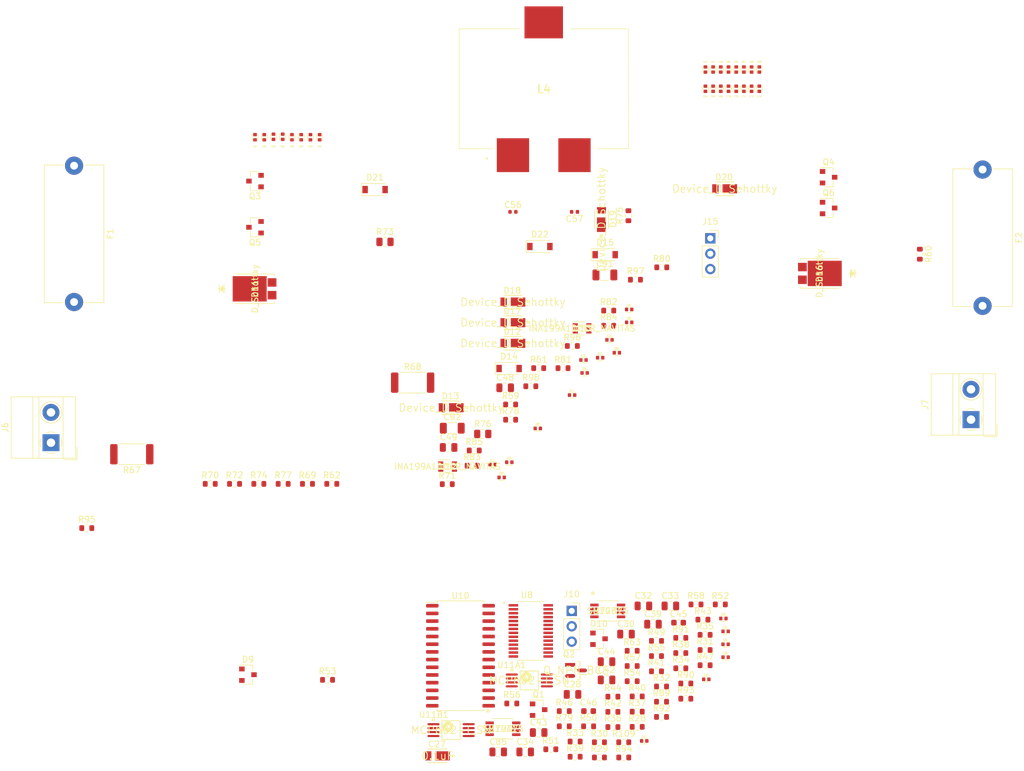
<source format=kicad_pcb>
(kicad_pcb (version 20171130) (host pcbnew "(5.1.10)-1")
  (layers (0 F.Cu signal) (31 B.Cu signal) (34 B.Paste user) (35 F.Paste user) (36 B.SilkS user) (37 F.SilkS user) (38 B.Mask user) (39 F.Mask user) (44 Edge.Cuts user))
  (net 0 "")
  (net 1 +5V)
  (net 2 GND)
  (net 3 +10V)
  (net 4 "Net-(C29-Pad1)")
  (net 5 /Sheet61848857/HSA)
  (net 6 "Net-(C34-Pad2)")
  (net 7 "Net-(C35-Pad1)")
  (net 8 "Net-(C36-Pad1)")
  (net 9 "Net-(C37-Pad1)")
  (net 10 "Net-(C38-Pad1)")
  (net 11 "Net-(C39-Pad2)")
  (net 12 /Sheet61848857/HSB)
  (net 13 "Net-(C42-Pad1)")
  (net 14 "Net-(C43-Pad1)")
  (net 15 "Net-(C44-Pad1)")
  (net 16 /Sheet61848857/Iin_Sense)
  (net 17 /Sheet61848857/Iout_Sense)
  (net 18 +3.3VA)
  (net 19 Vin_Sense)
  (net 20 /Sheet61848857/Vout_Sense)
  (net 21 /Sheet61848857/Vout)
  (net 22 "Net-(C56-Pad1)")
  (net 23 "Net-(C57-Pad1)")
  (net 24 "Net-(C91-Pad2)")
  (net 25 "Net-(C91-Pad1)")
  (net 26 "Net-(C92-Pad1)")
  (net 27 "Net-(C92-Pad2)")
  (net 28 /Sheet61848857/Boost_EN)
  (net 29 /Sheet61848857/HOA)
  (net 30 "Net-(D14-Pad2)")
  (net 31 /Sheet61848857/HOB)
  (net 32 "Net-(D15-Pad2)")
  (net 33 "Net-(D21-Pad2)")
  (net 34 /Sheet61848857/LOA)
  (net 35 /Sheet61848857/LOB)
  (net 36 "Net-(D22-Pad2)")
  (net 37 "Net-(F1-Pad2)")
  (net 38 "Net-(F2-Pad2)")
  (net 39 Iin_Sense-)
  (net 40 Iout_Sense+)
  (net 41 "Net-(J10-Pad2)")
  (net 42 "Net-(J10-Pad1)")
  (net 43 /Sheet61848857/Vout_BSense)
  (net 44 /Sheet61848857/Vin_BSense)
  (net 45 "Net-(Q1-Pad1)")
  (net 46 HIB_72295)
  (net 47 HIB_72442)
  (net 48 "Net-(Q5-Pad1)")
  (net 49 "Net-(Q6-Pad1)")
  (net 50 "Net-(R33-Pad1)")
  (net 51 "Net-(R38-Pad2)")
  (net 52 "Net-(R39-Pad2)")
  (net 53 "Net-(R40-Pad2)")
  (net 54 "Net-(R41-Pad2)")
  (net 55 "Net-(R44-Pad2)")
  (net 56 "Net-(R47-Pad1)")
  (net 57 "Net-(R49-Pad1)")
  (net 58 "Net-(R50-Pad1)")
  (net 59 "Net-(R57-Pad2)")
  (net 60 Iin_Sense+)
  (net 61 Iout_Sense-)
  (net 62 "Net-(R80-Pad2)")
  (net 63 "Net-(R82-Pad2)")
  (net 64 "Net-(R89-Pad1)")
  (net 65 "Net-(R90-Pad1)")
  (net 66 "Net-(R91-Pad2)")
  (net 67 "Net-(R92-Pad2)")
  (net 68 "Net-(R93-Pad1)")
  (net 69 "Net-(R94-Pad1)")
  (net 70 "Net-(R109-Pad1)")
  (net 71 "Net-(U8-Pad2)")
  (net 72 "Net-(U8-Pad10)")
  (net 73 "Net-(U8-Pad11)")
  (net 74 "Net-(U10-Pad9)")
  (net 75 "Net-(U10-Pad4)")
  (net 76 "Net-(U10-Pad11)")
  (net 77 "Net-(U10-Pad15)")
  (net 78 "Net-(U10A1-Pad5)")
  (net 79 "Net-(U10A1-Pad6)")
  (net 80 "Net-(U10A1-Pad7)")
  (net 81 "Net-(U10B1-Pad3)")
  (net 82 "Net-(U10B1-Pad2)")
  (net 83 "Net-(U10B1-Pad1)")
  (net 84 "Net-(U11A1-Pad5)")
  (net 85 "Net-(U11A1-Pad6)")
  (net 86 "Net-(U11A1-Pad7)")
  (net 87 "Net-(U11B1-Pad1)")
  (net 88 "Net-(U11B1-Pad2)")
  (net 89 "Net-(U11B1-Pad3)")
  (module DFLS1200-7:Diodes_Inc.-PowerDI123-03_2017-0-MFG (layer F.Cu) (at 149.47 164.085001)
    (fp_text reference C27 (at -1.65 -1.915) (layer F.SilkS) (effects (justify left)))
    (fp_text value 0.1uF (at 0 0) (layer F.SilkS) (effects (font (size 1.27 1.27))))
    (pad 1 smd rect (at 0.849999 0) (size 2.4 1.5) (layers F.Cu F.Paste F.Mask) (net 2 GND))
    (pad 2 smd rect (at -1.525 0) (size 1.05 1.5) (layers F.Cu F.Paste F.Mask) (net 1 +5V))
  )
  (module Capacitor_SMD:C_0805_2012Metric (layer F.Cu) (at 171.755001 153.940001)
    (fp_text reference C28 (at 0 -1.68) (layer F.SilkS))
    (fp_text value 1uF)
    (pad 2 smd roundrect (at 0.95 0) (size 1 1.45) (layers F.Cu F.Paste F.Mask) (net 2 GND))
    (pad 1 smd roundrect (at -0.95 0) (size 1 1.45) (layers F.Cu F.Paste F.Mask) (net 3 +10V))
  )
  (module CL05A225MQ5NNNC:CAPC1005X55N (layer F.Cu) (at 196.645001 141.410001)
    (fp_text reference C29 (at -0.038306 -0.758223) (layer F.SilkS) (effects (font (size 0.241854 0.241854))))
    (fp_text value 2.2uF)
    (pad 2 smd roundrect (at 0.43 0) (size 0.54 0.6) (layers F.Cu F.Paste F.Mask) (roundrect_rratio 0.14) (net 2 GND))
    (pad 1 smd roundrect (at -0.43 0) (size 0.54 0.6) (layers F.Cu F.Paste F.Mask) (roundrect_rratio 0.14) (net 4 "Net-(C29-Pad1)"))
  )
  (module Capacitor_SMD:C_0805_2012Metric (layer F.Cu) (at 180.575001 143.990001)
    (fp_text reference C30 (at 0 -1.68) (layer F.SilkS))
    (fp_text value 0.01uF)
    (pad 1 smd roundrect (at -0.95 0) (size 1 1.45) (layers F.Cu F.Paste F.Mask) (net 4 "Net-(C29-Pad1)"))
    (pad 2 smd roundrect (at 0.95 0) (size 1 1.45) (layers F.Cu F.Paste F.Mask) (net 2 GND))
  )
  (module CL05A225MQ5NNNC:CAPC1005X55N (layer F.Cu) (at 197.005001 143.540001)
    (fp_text reference C31 (at -0.038306 -0.758223) (layer F.SilkS) (effects (font (size 0.241854 0.241854))))
    (fp_text value 2.2uF)
    (pad 2 smd roundrect (at 0.43 0) (size 0.54 0.6) (layers F.Cu F.Paste F.Mask) (roundrect_rratio 0.14) (net 2 GND))
    (pad 1 smd roundrect (at -0.43 0) (size 0.54 0.6) (layers F.Cu F.Paste F.Mask) (roundrect_rratio 0.14) (net 1 +5V))
  )
  (module Capacitor_SMD:C_0805_2012Metric (layer F.Cu) (at 183.445001 139.340001)
    (fp_text reference C32 (at 0 -1.68) (layer F.SilkS))
    (fp_text value 0.01uF)
    (pad 2 smd roundrect (at 0.95 0) (size 1 1.45) (layers F.Cu F.Paste F.Mask) (net 2 GND))
    (pad 1 smd roundrect (at -0.95 0) (size 1 1.45) (layers F.Cu F.Paste F.Mask) (net 1 +5V))
  )
  (module Capacitor_SMD:C_0805_2012Metric (layer F.Cu) (at 187.895001 139.340001)
    (fp_text reference C33 (at 0 -1.68) (layer F.SilkS))
    (fp_text value 1uF)
    (pad 2 smd roundrect (at 0.95 0) (size 1 1.45) (layers F.Cu F.Paste F.Mask) (net 2 GND))
    (pad 1 smd roundrect (at -0.95 0) (size 1 1.45) (layers F.Cu F.Paste F.Mask) (net 3 +10V))
  )
  (module Capacitor_SMD:C_0805_2012Metric (layer F.Cu) (at 163.945001 163.440001)
    (fp_text reference C34 (at 0 -1.68) (layer F.SilkS))
    (fp_text value 0.47uF)
    (pad 2 smd roundrect (at 0.95 0) (size 1 1.45) (layers F.Cu F.Paste F.Mask) (net 6 "Net-(C34-Pad2)"))
    (pad 1 smd roundrect (at -0.95 0) (size 1 1.45) (layers F.Cu F.Paste F.Mask) (net 5 /Sheet61848857/HSA))
  )
  (module CL05A104KA5NNNC:CAPC1005X55N (layer F.Cu) (at 197.005001 145.670001)
    (fp_text reference C35 (at -0.038306 -0.758223) (layer F.SilkS) (effects (font (size 0.241854 0.241854))))
    (fp_text value 0.1uF)
    (pad 1 smd roundrect (at -0.43 0) (size 0.54 0.6) (layers F.Cu F.Paste F.Mask) (roundrect_rratio 0.14) (net 7 "Net-(C35-Pad1)"))
    (pad 2 smd roundrect (at 0.43 0) (size 0.54 0.6) (layers F.Cu F.Paste F.Mask) (roundrect_rratio 0.14) (net 2 GND))
  )
  (module CL05A104KA5NNNC:CAPC1005X55N (layer F.Cu) (at 197.005001 147.800001)
    (fp_text reference C36 (at -0.038306 -0.758223) (layer F.SilkS) (effects (font (size 0.241854 0.241854))))
    (fp_text value 0.1uF)
    (pad 1 smd roundrect (at -0.43 0) (size 0.54 0.6) (layers F.Cu F.Paste F.Mask) (roundrect_rratio 0.14) (net 8 "Net-(C36-Pad1)"))
    (pad 2 smd roundrect (at 0.43 0) (size 0.54 0.6) (layers F.Cu F.Paste F.Mask) (roundrect_rratio 0.14) (net 2 GND))
  )
  (module CL05A104KA5NNNC:CAPC1005X55N (layer F.Cu) (at 183.585001 161.620001)
    (fp_text reference C37 (at -0.038306 -0.758223) (layer F.SilkS) (effects (font (size 0.241854 0.241854))))
    (fp_text value 0.1uF)
    (pad 2 smd roundrect (at 0.43 0) (size 0.54 0.6) (layers F.Cu F.Paste F.Mask) (roundrect_rratio 0.14) (net 2 GND))
    (pad 1 smd roundrect (at -0.43 0) (size 0.54 0.6) (layers F.Cu F.Paste F.Mask) (roundrect_rratio 0.14) (net 9 "Net-(C37-Pad1)"))
  )
  (module CL05A104KA5NNNC:CAPC1005X55N (layer F.Cu) (at 193.825001 151.450001)
    (fp_text reference C38 (at -0.038306 -0.758223) (layer F.SilkS) (effects (font (size 0.241854 0.241854))))
    (fp_text value 0.1uF)
    (pad 2 smd roundrect (at 0.43 0) (size 0.54 0.6) (layers F.Cu F.Paste F.Mask) (roundrect_rratio 0.14) (net 2 GND))
    (pad 1 smd roundrect (at -0.43 0) (size 0.54 0.6) (layers F.Cu F.Paste F.Mask) (roundrect_rratio 0.14) (net 10 "Net-(C38-Pad1)"))
  )
  (module Capacitor_SMD:C_0805_2012Metric (layer F.Cu) (at 185.025001 142.350001)
    (fp_text reference C39 (at 0 -1.68) (layer F.SilkS))
    (fp_text value 0.47uF)
    (pad 1 smd roundrect (at -0.95 0) (size 1 1.45) (layers F.Cu F.Paste F.Mask) (net 12 /Sheet61848857/HSB))
    (pad 2 smd roundrect (at 0.95 0) (size 1 1.45) (layers F.Cu F.Paste F.Mask) (net 11 "Net-(C39-Pad2)"))
  )
  (module Capacitor_SMD:C_0805_2012Metric (layer F.Cu) (at 177.365001 151.550001)
    (fp_text reference C42 (at 0 -1.68) (layer F.SilkS))
    (fp_text value 150pF)
    (pad 1 smd roundrect (at -0.95 0) (size 1 1.45) (layers F.Cu F.Paste F.Mask) (net 13 "Net-(C42-Pad1)"))
    (pad 2 smd roundrect (at 0.95 0) (size 1 1.45) (layers F.Cu F.Paste F.Mask) (net 2 GND))
  )
  (module Capacitor_SMD:C_0805_2012Metric (layer F.Cu) (at 166.165001 160.240001)
    (fp_text reference C43 (at 0 -1.68) (layer F.SilkS))
    (fp_text value 150pF)
    (pad 1 smd roundrect (at -0.95 0) (size 1 1.45) (layers F.Cu F.Paste F.Mask) (net 14 "Net-(C43-Pad1)"))
    (pad 2 smd roundrect (at 0.95 0) (size 1 1.45) (layers F.Cu F.Paste F.Mask) (net 2 GND))
  )
  (module Capacitor_SMD:C_0805_2012Metric (layer F.Cu) (at 177.365001 148.540001)
    (fp_text reference C44 (at 0 -1.68) (layer F.SilkS))
    (fp_text value 150pF)
    (pad 2 smd roundrect (at 0.95 0) (size 1 1.45) (layers F.Cu F.Paste F.Mask) (net 2 GND))
    (pad 1 smd roundrect (at -0.95 0) (size 1 1.45) (layers F.Cu F.Paste F.Mask) (net 15 "Net-(C44-Pad1)"))
  )
  (module Capacitor_SMD:C_0603_1608Metric (layer F.Cu) (at 189.255001 142.100001)
    (fp_text reference C45 (at 0 -1.43) (layer F.SilkS))
    (fp_text value 1000pF)
    (pad 2 smd roundrect (at 0.775 0) (size 0.9 0.95) (layers F.Cu F.Paste F.Mask) (net 2 GND))
    (pad 1 smd roundrect (at -0.775 0) (size 0.9 0.95) (layers F.Cu F.Paste F.Mask) (net 16 /Sheet61848857/Iin_Sense))
  )
  (module Capacitor_SMD:C_0603_1608Metric (layer F.Cu) (at 174.405001 156.700001)
    (fp_text reference C46 (at 0 -1.43) (layer F.SilkS))
    (fp_text value 1000pF)
    (pad 1 smd roundrect (at -0.775 0) (size 0.9 0.95) (layers F.Cu F.Paste F.Mask) (net 17 /Sheet61848857/Iout_Sense))
    (pad 2 smd roundrect (at 0.775 0) (size 0.9 0.95) (layers F.Cu F.Paste F.Mask) (net 2 GND))
  )
  (module CL05A225MQ5NNNC:CAPC1005X55N (layer F.Cu) (at 176.315001 98.370001)
    (fp_text reference C47 (at -0.038306 -0.758223) (layer F.SilkS) (effects (font (size 0.241854 0.241854))))
    (fp_text value 2.2uF)
    (pad 2 smd roundrect (at 0.43 0) (size 0.54 0.6) (layers F.Cu F.Paste F.Mask) (roundrect_rratio 0.14) (net 18 +3.3VA))
    (pad 1 smd roundrect (at -0.43 0) (size 0.54 0.6) (layers F.Cu F.Paste F.Mask) (roundrect_rratio 0.14) (net 2 GND))
  )
  (module Capacitor_SMD:C_0805_2012Metric (layer F.Cu) (at 160.645001 103.330001)
    (fp_text reference C48 (at 0 -1.68) (layer F.SilkS))
    (fp_text value .01uF)
    (pad 1 smd roundrect (at -0.95 0) (size 1 1.45) (layers F.Cu F.Paste F.Mask) (net 2 GND))
    (pad 2 smd roundrect (at 0.95 0) (size 1 1.45) (layers F.Cu F.Paste F.Mask) (net 19 Vin_Sense))
  )
  (module Capacitor_SMD:C_0805_2012Metric (layer F.Cu) (at 151.315001 113.180001)
    (fp_text reference C49 (at 0 -1.68) (layer F.SilkS))
    (fp_text value .01uF)
    (pad 2 smd roundrect (at 0.95 0) (size 1 1.45) (layers F.Cu F.Paste F.Mask) (net 20 /Sheet61848857/Vout_Sense))
    (pad 1 smd roundrect (at -0.95 0) (size 1 1.45) (layers F.Cu F.Paste F.Mask) (net 2 GND))
  )
  (module CL05A225MQ5NNNC:CAPC1005X55N (layer F.Cu) (at 173.755001 100.880001)
    (fp_text reference C50 (at -0.038306 -0.758223) (layer F.SilkS) (effects (font (size 0.241854 0.241854))))
    (fp_text value 2.2uF)
    (pad 2 smd roundrect (at 0.43 0) (size 0.54 0.6) (layers F.Cu F.Paste F.Mask) (roundrect_rratio 0.14) (net 21 /Sheet61848857/Vout))
    (pad 1 smd roundrect (at -0.43 0) (size 0.54 0.6) (layers F.Cu F.Paste F.Mask) (roundrect_rratio 0.14) (net 2 GND))
  )
  (module CL05A225MQ5NNNC:CAPC1005X55N (layer F.Cu) (at 130.048 61.976 90)
    (fp_text reference C51 (at -1.524 0 180) (layer F.SilkS) (effects (font (size 0.241854 0.241854))))
    (fp_text value 2.2uF)
    (pad 1 smd roundrect (at -0.43 0 90) (size 0.54 0.6) (layers F.Cu F.Paste F.Mask) (roundrect_rratio 0.14) (net 2 GND))
    (pad 2 smd roundrect (at 0.43 0 90) (size 0.54 0.6) (layers F.Cu F.Paste F.Mask) (roundrect_rratio 0.14) (net 18 +3.3VA))
  )
  (module CL05A225MQ5NNNC:CAPC1005X55N (layer F.Cu) (at 193.675 50.8 90)
    (fp_text reference C52 (at 1.27 0 180) (layer F.SilkS) (effects (font (size 0.241854 0.241854))))
    (fp_text value 2.2uF)
    (pad 1 smd roundrect (at -0.43 0 90) (size 0.54 0.6) (layers F.Cu F.Paste F.Mask) (roundrect_rratio 0.14) (net 2 GND))
    (pad 2 smd roundrect (at 0.43 0 90) (size 0.54 0.6) (layers F.Cu F.Paste F.Mask) (roundrect_rratio 0.14) (net 21 /Sheet61848857/Vout))
  )
  (module CL05A225MQ5NNNC:CAPC1005X55N (layer F.Cu) (at 128.524 61.976 90)
    (fp_text reference C53 (at -1.524 0 180) (layer F.SilkS) (effects (font (size 0.241854 0.241854))))
    (fp_text value 2.2uF)
    (pad 1 smd roundrect (at -0.43 0 90) (size 0.54 0.6) (layers F.Cu F.Paste F.Mask) (roundrect_rratio 0.14) (net 2 GND))
    (pad 2 smd roundrect (at 0.43 0 90) (size 0.54 0.6) (layers F.Cu F.Paste F.Mask) (roundrect_rratio 0.14) (net 18 +3.3VA))
  )
  (module CL05A225MQ5NNNC:CAPC1005X55N (layer F.Cu) (at 194.945 50.8 90)
    (fp_text reference C54 (at 1.27 0 180) (layer F.SilkS) (effects (font (size 0.241854 0.241854))))
    (fp_text value 2.2uF)
    (pad 2 smd roundrect (at 0.43 0 90) (size 0.54 0.6) (layers F.Cu F.Paste F.Mask) (roundrect_rratio 0.14) (net 21 /Sheet61848857/Vout))
    (pad 1 smd roundrect (at -0.43 0 90) (size 0.54 0.6) (layers F.Cu F.Paste F.Mask) (roundrect_rratio 0.14) (net 2 GND))
  )
  (module CL05A225MQ5NNNC:CAPC1005X55N (layer F.Cu) (at 127 61.976 90)
    (fp_text reference C55 (at -1.524 0 180) (layer F.SilkS) (effects (font (size 0.241854 0.241854))))
    (fp_text value 2.2uF)
    (pad 2 smd roundrect (at 0.43 0 90) (size 0.54 0.6) (layers F.Cu F.Paste F.Mask) (roundrect_rratio 0.14) (net 18 +3.3VA))
    (pad 1 smd roundrect (at -0.43 0 90) (size 0.54 0.6) (layers F.Cu F.Paste F.Mask) (roundrect_rratio 0.14) (net 2 GND))
  )
  (module Capacitor_SMD:C_0402_1005Metric (layer F.Cu) (at 161.925 74.295)
    (fp_text reference C56 (at 0 -1.16) (layer F.SilkS))
    (fp_text value 470pF)
    (pad 2 smd roundrect (at 0.48 0) (size 0.56 0.62) (layers F.Cu F.Paste F.Mask) (net 5 /Sheet61848857/HSA))
    (pad 1 smd roundrect (at -0.48 0) (size 0.56 0.62) (layers F.Cu F.Paste F.Mask) (net 22 "Net-(C56-Pad1)"))
  )
  (module Capacitor_SMD:C_0402_1005Metric (layer F.Cu) (at 172.085 74.295 180)
    (fp_text reference C57 (at 0 -1.16) (layer F.SilkS))
    (fp_text value 470pF)
    (pad 1 smd roundrect (at -0.48 0 180) (size 0.56 0.62) (layers F.Cu F.Paste F.Mask) (net 23 "Net-(C57-Pad1)"))
    (pad 2 smd roundrect (at 0.48 0 180) (size 0.56 0.62) (layers F.Cu F.Paste F.Mask) (net 12 /Sheet61848857/HSB))
  )
  (module CL05A225MQ5NNNC:CAPC1005X55N (layer F.Cu) (at 196.215 50.8 90)
    (fp_text reference C58 (at 1.27 0 180) (layer F.SilkS) (effects (font (size 0.241854 0.241854))))
    (fp_text value 2.2uF)
    (pad 1 smd roundrect (at -0.43 0 90) (size 0.54 0.6) (layers F.Cu F.Paste F.Mask) (roundrect_rratio 0.14) (net 2 GND))
    (pad 2 smd roundrect (at 0.43 0 90) (size 0.54 0.6) (layers F.Cu F.Paste F.Mask) (roundrect_rratio 0.14) (net 21 /Sheet61848857/Vout))
  )
  (module CL05A225MQ5NNNC:CAPC1005X55N (layer F.Cu) (at 125.476 61.976 90)
    (fp_text reference C59 (at -1.524 0 180) (layer F.SilkS) (effects (font (size 0.241854 0.241854))))
    (fp_text value 2.2uF)
    (pad 1 smd roundrect (at -0.43 0 90) (size 0.54 0.6) (layers F.Cu F.Paste F.Mask) (roundrect_rratio 0.14) (net 2 GND))
    (pad 2 smd roundrect (at 0.43 0 90) (size 0.54 0.6) (layers F.Cu F.Paste F.Mask) (roundrect_rratio 0.14) (net 18 +3.3VA))
  )
  (module CL05A225MQ5NNNC:CAPC1005X55N (layer F.Cu) (at 197.485 50.8 90)
    (fp_text reference C60 (at 1.27 0 180) (layer F.SilkS) (effects (font (size 0.241854 0.241854))))
    (fp_text value 2.2uF)
    (pad 2 smd roundrect (at 0.43 0 90) (size 0.54 0.6) (layers F.Cu F.Paste F.Mask) (roundrect_rratio 0.14) (net 21 /Sheet61848857/Vout))
    (pad 1 smd roundrect (at -0.43 0 90) (size 0.54 0.6) (layers F.Cu F.Paste F.Mask) (roundrect_rratio 0.14) (net 2 GND))
  )
  (module CL05A225MQ5NNNC:CAPC1005X55N (layer F.Cu) (at 198.755 50.8 90)
    (fp_text reference C61 (at 1.27 0 180) (layer F.SilkS) (effects (font (size 0.241854 0.241854))))
    (fp_text value 2.2uF)
    (pad 1 smd roundrect (at -0.43 0 90) (size 0.54 0.6) (layers F.Cu F.Paste F.Mask) (roundrect_rratio 0.14) (net 2 GND))
    (pad 2 smd roundrect (at 0.43 0 90) (size 0.54 0.6) (layers F.Cu F.Paste F.Mask) (roundrect_rratio 0.14) (net 21 /Sheet61848857/Vout))
  )
  (module CL05A225MQ5NNNC:CAPC1005X55N (layer F.Cu) (at 123.952 61.898 90)
    (fp_text reference C62 (at -1.602 0 180) (layer F.SilkS) (effects (font (size 0.241854 0.241854))))
    (fp_text value 2.2uF)
    (pad 2 smd roundrect (at 0.43 0 90) (size 0.54 0.6) (layers F.Cu F.Paste F.Mask) (roundrect_rratio 0.14) (net 18 +3.3VA))
    (pad 1 smd roundrect (at -0.43 0 90) (size 0.54 0.6) (layers F.Cu F.Paste F.Mask) (roundrect_rratio 0.14) (net 2 GND))
  )
  (module CL05A225MQ5NNNC:CAPC1005X55N (layer F.Cu) (at 122.428 61.898 90)
    (fp_text reference C63 (at -1.602 0 180) (layer F.SilkS) (effects (font (size 0.241854 0.241854))))
    (fp_text value 2.2uF)
    (pad 1 smd roundrect (at -0.43 0 90) (size 0.54 0.6) (layers F.Cu F.Paste F.Mask) (roundrect_rratio 0.14) (net 2 GND))
    (pad 2 smd roundrect (at 0.43 0 90) (size 0.54 0.6) (layers F.Cu F.Paste F.Mask) (roundrect_rratio 0.14) (net 18 +3.3VA))
  )
  (module CL05A225MQ5NNNC:CAPC1005X55N (layer F.Cu) (at 200.025 50.8 90)
    (fp_text reference C64 (at 1.27 0 180) (layer F.SilkS) (effects (font (size 0.241854 0.241854))))
    (fp_text value 2.2uF)
    (pad 2 smd roundrect (at 0.43 0 90) (size 0.54 0.6) (layers F.Cu F.Paste F.Mask) (roundrect_rratio 0.14) (net 21 /Sheet61848857/Vout))
    (pad 1 smd roundrect (at -0.43 0 90) (size 0.54 0.6) (layers F.Cu F.Paste F.Mask) (roundrect_rratio 0.14) (net 2 GND))
  )
  (module CL05A225MQ5NNNC:CAPC1005X55N (layer F.Cu) (at 120.904 61.976 90)
    (fp_text reference C65 (at -1.524 0 180) (layer F.SilkS) (effects (font (size 0.241854 0.241854))))
    (fp_text value 2.2uF)
    (pad 1 smd roundrect (at -0.43 0 90) (size 0.54 0.6) (layers F.Cu F.Paste F.Mask) (roundrect_rratio 0.14) (net 2 GND))
    (pad 2 smd roundrect (at 0.43 0 90) (size 0.54 0.6) (layers F.Cu F.Paste F.Mask) (roundrect_rratio 0.14) (net 18 +3.3VA))
  )
  (module CL05A225MQ5NNNC:CAPC1005X55N (layer F.Cu) (at 201.295 50.8 90)
    (fp_text reference C66 (at 1.27 0 180) (layer F.SilkS) (effects (font (size 0.241854 0.241854))))
    (fp_text value 2.2uF)
    (pad 1 smd roundrect (at -0.43 0 90) (size 0.54 0.6) (layers F.Cu F.Paste F.Mask) (roundrect_rratio 0.14) (net 2 GND))
    (pad 2 smd roundrect (at 0.43 0 90) (size 0.54 0.6) (layers F.Cu F.Paste F.Mask) (roundrect_rratio 0.14) (net 21 /Sheet61848857/Vout))
  )
  (module CL05A225MQ5NNNC:CAPC1005X55N (layer F.Cu) (at 119.38 61.976 90)
    (fp_text reference C67 (at -1.524 0 180) (layer F.SilkS) (effects (font (size 0.241854 0.241854))))
    (fp_text value 2.2uF)
    (pad 2 smd roundrect (at 0.43 0 90) (size 0.54 0.6) (layers F.Cu F.Paste F.Mask) (roundrect_rratio 0.14) (net 18 +3.3VA))
    (pad 1 smd roundrect (at -0.43 0 90) (size 0.54 0.6) (layers F.Cu F.Paste F.Mask) (roundrect_rratio 0.14) (net 2 GND))
  )
  (module CL05A225MQ5NNNC:CAPC1005X55N (layer F.Cu) (at 202.565 50.8 90)
    (fp_text reference C68 (at 1.27 0 180) (layer F.SilkS) (effects (font (size 0.241854 0.241854))))
    (fp_text value 2.2uF)
    (pad 2 smd roundrect (at 0.43 0 90) (size 0.54 0.6) (layers F.Cu F.Paste F.Mask) (roundrect_rratio 0.14) (net 21 /Sheet61848857/Vout))
    (pad 1 smd roundrect (at -0.43 0 90) (size 0.54 0.6) (layers F.Cu F.Paste F.Mask) (roundrect_rratio 0.14) (net 2 GND))
  )
  (module CL05A225MQ5NNNC:CAPC1005X55N (layer F.Cu) (at 160.065001 118.130001)
    (fp_text reference C69 (at -0.038306 -0.758223) (layer F.SilkS) (effects (font (size 0.241854 0.241854))))
    (fp_text value 2.2uF)
    (pad 1 smd roundrect (at -0.43 0) (size 0.54 0.6) (layers F.Cu F.Paste F.Mask) (roundrect_rratio 0.14) (net 2 GND))
    (pad 2 smd roundrect (at 0.43 0) (size 0.54 0.6) (layers F.Cu F.Paste F.Mask) (roundrect_rratio 0.14) (net 18 +3.3VA))
  )
  (module CL05A225MQ5NNNC:CAPC1005X55N (layer F.Cu) (at 202.565 53.975 90)
    (fp_text reference C70 (at -1.27 0 180) (layer F.SilkS) (effects (font (size 0.241854 0.241854))))
    (fp_text value 2.2uF)
    (pad 1 smd roundrect (at -0.43 0 90) (size 0.54 0.6) (layers F.Cu F.Paste F.Mask) (roundrect_rratio 0.14) (net 2 GND))
    (pad 2 smd roundrect (at 0.43 0 90) (size 0.54 0.6) (layers F.Cu F.Paste F.Mask) (roundrect_rratio 0.14) (net 21 /Sheet61848857/Vout))
  )
  (module CL05A225MQ5NNNC:CAPC1005X55N (layer F.Cu) (at 158.575001 116.000001)
    (fp_text reference C71 (at -0.038306 -0.758223) (layer F.SilkS) (effects (font (size 0.241854 0.241854))))
    (fp_text value 2.2uF)
    (pad 2 smd roundrect (at 0.43 0) (size 0.54 0.6) (layers F.Cu F.Paste F.Mask) (roundrect_rratio 0.14) (net 18 +3.3VA))
    (pad 1 smd roundrect (at -0.43 0) (size 0.54 0.6) (layers F.Cu F.Paste F.Mask) (roundrect_rratio 0.14) (net 2 GND))
  )
  (module CL05A225MQ5NNNC:CAPC1005X55N (layer F.Cu) (at 201.295 53.975 90)
    (fp_text reference C72 (at -1.27 0 180) (layer F.SilkS) (effects (font (size 0.241854 0.241854))))
    (fp_text value 2.2uF)
    (pad 2 smd roundrect (at 0.43 0 90) (size 0.54 0.6) (layers F.Cu F.Paste F.Mask) (roundrect_rratio 0.14) (net 21 /Sheet61848857/Vout))
    (pad 1 smd roundrect (at -0.43 0 90) (size 0.54 0.6) (layers F.Cu F.Paste F.Mask) (roundrect_rratio 0.14) (net 2 GND))
  )
  (module CL05A225MQ5NNNC:CAPC1005X55N (layer F.Cu) (at 177.855001 95.420001)
    (fp_text reference C73 (at -0.038306 -0.758223) (layer F.SilkS) (effects (font (size 0.241854 0.241854))))
    (fp_text value 2.2uF)
    (pad 1 smd roundrect (at -0.43 0) (size 0.54 0.6) (layers F.Cu F.Paste F.Mask) (roundrect_rratio 0.14) (net 2 GND))
    (pad 2 smd roundrect (at 0.43 0) (size 0.54 0.6) (layers F.Cu F.Paste F.Mask) (roundrect_rratio 0.14) (net 18 +3.3VA))
  )
  (module CL05A225MQ5NNNC:CAPC1005X55N (layer F.Cu) (at 200.025 53.975 90)
    (fp_text reference C74 (at -1.27 0 180) (layer F.SilkS) (effects (font (size 0.241854 0.241854))))
    (fp_text value 2.2uF)
    (pad 1 smd roundrect (at -0.43 0 90) (size 0.54 0.6) (layers F.Cu F.Paste F.Mask) (roundrect_rratio 0.14) (net 2 GND))
    (pad 2 smd roundrect (at 0.43 0 90) (size 0.54 0.6) (layers F.Cu F.Paste F.Mask) (roundrect_rratio 0.14) (net 21 /Sheet61848857/Vout))
  )
  (module CL05A225MQ5NNNC:CAPC1005X55N (layer F.Cu) (at 173.565001 98.750001)
    (fp_text reference C75 (at -0.038306 -0.758223) (layer F.SilkS) (effects (font (size 0.241854 0.241854))))
    (fp_text value 2.2uF)
    (pad 2 smd roundrect (at 0.43 0) (size 0.54 0.6) (layers F.Cu F.Paste F.Mask) (roundrect_rratio 0.14) (net 18 +3.3VA))
    (pad 1 smd roundrect (at -0.43 0) (size 0.54 0.6) (layers F.Cu F.Paste F.Mask) (roundrect_rratio 0.14) (net 2 GND))
  )
  (module CL05A225MQ5NNNC:CAPC1005X55N (layer F.Cu) (at 198.755 53.975 90)
    (fp_text reference C76 (at -1.27 0 180) (layer F.SilkS) (effects (font (size 0.241854 0.241854))))
    (fp_text value 2.2uF)
    (pad 2 smd roundrect (at 0.43 0 90) (size 0.54 0.6) (layers F.Cu F.Paste F.Mask) (roundrect_rratio 0.14) (net 21 /Sheet61848857/Vout))
    (pad 1 smd roundrect (at -0.43 0 90) (size 0.54 0.6) (layers F.Cu F.Paste F.Mask) (roundrect_rratio 0.14) (net 2 GND))
  )
  (module CL05A225MQ5NNNC:CAPC1005X55N (layer F.Cu) (at 171.685001 104.540001)
    (fp_text reference C77 (at -0.038306 -0.758223) (layer F.SilkS) (effects (font (size 0.241854 0.241854))))
    (fp_text value 2.2uF)
    (pad 2 smd roundrect (at 0.43 0) (size 0.54 0.6) (layers F.Cu F.Paste F.Mask) (roundrect_rratio 0.14) (net 18 +3.3VA))
    (pad 1 smd roundrect (at -0.43 0) (size 0.54 0.6) (layers F.Cu F.Paste F.Mask) (roundrect_rratio 0.14) (net 2 GND))
  )
  (module CL05A225MQ5NNNC:CAPC1005X55N (layer F.Cu) (at 197.485 53.975 90)
    (fp_text reference C78 (at -1.27 0 180) (layer F.SilkS) (effects (font (size 0.241854 0.241854))))
    (fp_text value 2.2uF)
    (pad 2 smd roundrect (at 0.43 0 90) (size 0.54 0.6) (layers F.Cu F.Paste F.Mask) (roundrect_rratio 0.14) (net 21 /Sheet61848857/Vout))
    (pad 1 smd roundrect (at -0.43 0 90) (size 0.54 0.6) (layers F.Cu F.Paste F.Mask) (roundrect_rratio 0.14) (net 2 GND))
  )
  (module CL05A225MQ5NNNC:CAPC1005X55N (layer F.Cu) (at 161.325001 115.620001)
    (fp_text reference C79 (at -0.038306 -0.758223) (layer F.SilkS) (effects (font (size 0.241854 0.241854))))
    (fp_text value 2.2uF)
    (pad 1 smd roundrect (at -0.43 0) (size 0.54 0.6) (layers F.Cu F.Paste F.Mask) (roundrect_rratio 0.14) (net 2 GND))
    (pad 2 smd roundrect (at 0.43 0) (size 0.54 0.6) (layers F.Cu F.Paste F.Mask) (roundrect_rratio 0.14) (net 18 +3.3VA))
  )
  (module CL05A225MQ5NNNC:CAPC1005X55N (layer F.Cu) (at 196.215 53.975 90)
    (fp_text reference C80 (at -1.27 0 180) (layer F.SilkS) (effects (font (size 0.241854 0.241854))))
    (fp_text value 2.2uF)
    (pad 1 smd roundrect (at -0.43 0 90) (size 0.54 0.6) (layers F.Cu F.Paste F.Mask) (roundrect_rratio 0.14) (net 2 GND))
    (pad 2 smd roundrect (at 0.43 0 90) (size 0.54 0.6) (layers F.Cu F.Paste F.Mask) (roundrect_rratio 0.14) (net 21 /Sheet61848857/Vout))
  )
  (module CL05A225MQ5NNNC:CAPC1005X55N (layer F.Cu) (at 181.105001 90.400001)
    (fp_text reference C81 (at -0.038306 -0.758223) (layer F.SilkS) (effects (font (size 0.241854 0.241854))))
    (fp_text value 2.2uF)
    (pad 1 smd roundrect (at -0.43 0) (size 0.54 0.6) (layers F.Cu F.Paste F.Mask) (roundrect_rratio 0.14) (net 2 GND))
    (pad 2 smd roundrect (at 0.43 0) (size 0.54 0.6) (layers F.Cu F.Paste F.Mask) (roundrect_rratio 0.14) (net 18 +3.3VA))
  )
  (module CL05A225MQ5NNNC:CAPC1005X55N (layer F.Cu) (at 194.945 53.975 90)
    (fp_text reference C82 (at -1.27 0 180) (layer F.SilkS) (effects (font (size 0.241854 0.241854) (thickness 0.060464))))
    (fp_text value 2.2uF)
    (pad 2 smd roundrect (at 0.43 0 90) (size 0.54 0.6) (layers F.Cu F.Paste F.Mask) (roundrect_rratio 0.14) (net 21 /Sheet61848857/Vout))
    (pad 1 smd roundrect (at -0.43 0 90) (size 0.54 0.6) (layers F.Cu F.Paste F.Mask) (roundrect_rratio 0.14) (net 2 GND))
  )
  (module CL05A225MQ5NNNC:CAPC1005X55N (layer F.Cu) (at 179.065001 97.550001)
    (fp_text reference C83 (at -0.038306 -0.758223) (layer F.SilkS) (effects (font (size 0.241854 0.241854))))
    (fp_text value 2.2uF)
    (pad 1 smd roundrect (at -0.43 0) (size 0.54 0.6) (layers F.Cu F.Paste F.Mask) (roundrect_rratio 0.14) (net 2 GND))
    (pad 2 smd roundrect (at 0.43 0) (size 0.54 0.6) (layers F.Cu F.Paste F.Mask) (roundrect_rratio 0.14) (net 18 +3.3VA))
  )
  (module CL05A225MQ5NNNC:CAPC1005X55N (layer F.Cu) (at 193.675 53.975 90)
    (fp_text reference C84 (at -1.27 0 180) (layer F.SilkS) (effects (font (size 0.241854 0.241854) (thickness 0.060464))))
    (fp_text value 2.2uF)
    (pad 1 smd roundrect (at -0.43 0 90) (size 0.54 0.6) (layers F.Cu F.Paste F.Mask) (roundrect_rratio 0.14) (net 2 GND))
    (pad 2 smd roundrect (at 0.43 0 90) (size 0.54 0.6) (layers F.Cu F.Paste F.Mask) (roundrect_rratio 0.14) (net 21 /Sheet61848857/Vout))
  )
  (module Capacitor_SMD:C_0805_2012Metric (layer F.Cu) (at 159.495001 163.440001)
    (fp_text reference C85 (at 0 -1.68) (layer F.SilkS))
    (fp_text value 150pF)
    (pad 1 smd roundrect (at -0.95 0) (size 1 1.45) (layers F.Cu F.Paste F.Mask) (net 1 +5V))
    (pad 2 smd roundrect (at 0.95 0) (size 1 1.45) (layers F.Cu F.Paste F.Mask) (net 2 GND))
  )
  (module CL05A104KA5NNNC:CAPC1005X55N (layer F.Cu) (at 166.025001 110.040001)
    (fp_text reference C89 (at -0.038306 -0.758223) (layer F.SilkS) (effects (font (size 0.241854 0.241854))))
    (fp_text value .1uF)
    (pad 1 smd roundrect (at -0.43 0) (size 0.54 0.6) (layers F.Cu F.Paste F.Mask) (roundrect_rratio 0.14) (net 1 +5V))
    (pad 2 smd roundrect (at 0.43 0) (size 0.54 0.6) (layers F.Cu F.Paste F.Mask) (roundrect_rratio 0.14) (net 2 GND))
  )
  (module Capacitor_SMD:C_1206_3216Metric (layer F.Cu) (at 177.095001 84.710001)
    (fp_text reference C91 (at 0 -1.85) (layer F.SilkS))
    (fp_text value 10uF)
    (pad 2 smd roundrect (at 1.475 0) (size 1.15 1.8) (layers F.Cu F.Paste F.Mask) (roundrect_rratio 0.217391) (net 24 "Net-(C91-Pad2)"))
    (pad 1 smd roundrect (at -1.475 0) (size 1.15 1.8) (layers F.Cu F.Paste F.Mask) (roundrect_rratio 0.217391) (net 25 "Net-(C91-Pad1)"))
  )
  (module Capacitor_SMD:C_1206_3216Metric (layer F.Cu) (at 151.915001 110.000001)
    (fp_text reference C92 (at 0 -1.85) (layer F.SilkS))
    (fp_text value 10uF)
    (pad 1 smd roundrect (at -1.475 0) (size 1.15 1.8) (layers F.Cu F.Paste F.Mask) (roundrect_rratio 0.217391) (net 26 "Net-(C92-Pad1)"))
    (pad 2 smd roundrect (at 1.475 0) (size 1.15 1.8) (layers F.Cu F.Paste F.Mask) (roundrect_rratio 0.217391) (net 27 "Net-(C92-Pad2)"))
  )
  (module CL05A104KA5NNNC:CAPC1005X55N (layer F.Cu) (at 181.105001 92.530001)
    (fp_text reference C99 (at -0.038306 -0.758223) (layer F.SilkS) (effects (font (size 0.241854 0.241854))))
    (fp_text value .1uF)
    (pad 2 smd roundrect (at 0.43 0) (size 0.54 0.6) (layers F.Cu F.Paste F.Mask) (roundrect_rratio 0.14) (net 2 GND))
    (pad 1 smd roundrect (at -0.43 0) (size 0.54 0.6) (layers F.Cu F.Paste F.Mask) (roundrect_rratio 0.14) (net 1 +5V))
  )
  (module Diode_SMD:D_SOT-23_ANK (layer F.Cu) (at 118.215001 150.690001)
    (fp_text reference D9 (at 0 -2.5) (layer F.SilkS))
    (fp_text value D_Schottky)
    (pad 2 smd rect (at -1 -0.95) (size 0.9 0.8) (layers F.Cu F.Paste F.Mask) (net 28 /Sheet61848857/Boost_EN))
    (pad "" smd rect (at -1 0.95) (size 0.9 0.8) (layers F.Cu F.Paste F.Mask))
    (pad 1 smd rect (at 1 0) (size 0.9 0.8) (layers F.Cu F.Paste F.Mask) (net 19 Vin_Sense))
  )
  (module Diode_SMD:D_SOT-23_ANK (layer F.Cu) (at 176.125001 144.760001)
    (fp_text reference D10 (at 0 -2.5) (layer F.SilkS))
    (fp_text value D_Schottky)
    (pad 1 smd rect (at 1 0) (size 0.9 0.8) (layers F.Cu F.Paste F.Mask) (net 28 /Sheet61848857/Boost_EN))
    (pad "" smd rect (at -1 0.95) (size 0.9 0.8) (layers F.Cu F.Paste F.Mask))
    (pad 2 smd rect (at -1 -0.95) (size 0.9 0.8) (layers F.Cu F.Paste F.Mask) (net 15 "Net-(C44-Pad1)"))
  )
  (module fsv201:FSV10100V (layer F.Cu) (at 119.38 86.995 90)
    (fp_text reference D11 (at 0 0 90) (layer F.SilkS))
    (fp_text value D_Schottky (at 0 0 90) (layer F.SilkS))
    (fp_text user * (at 0 0 90) (layer F.SilkS))
    (pad 1 smd rect (at 1.05 2.8067 180) (size 1.4478 1.397) (layers F.Cu F.Paste F.Mask) (net 18 +3.3VA))
    (pad 2 smd rect (at -1.05 2.8067 180) (size 1.4478 1.397) (layers F.Cu F.Paste F.Mask) (net 2 GND))
    (pad 3 smd rect (at 0 -0.8763 180) (size 5.6134 4.191) (layers F.Cu F.Paste F.Mask))
  )
  (module DFLS1200-7:Diodes_Inc.-PowerDI123-03_2017-0-MFG (layer F.Cu) (at 161.92 95.985001)
    (fp_text reference D12 (at -1.65 -1.915) (layer F.SilkS) (effects (justify left)))
    (fp_text value Device_D_Schottky (at 0 0) (layer F.SilkS) (effects (font (size 1.27 1.27))))
    (pad 2 smd rect (at -1.525 0) (size 1.05 1.5) (layers F.Cu F.Paste F.Mask) (net 5 /Sheet61848857/HSA))
    (pad 1 smd rect (at 0.849999 0) (size 2.4 1.5) (layers F.Cu F.Paste F.Mask) (net 18 +3.3VA))
  )
  (module DFLS1200-7:Diodes_Inc.-PowerDI123-03_2017-0-MFG (layer F.Cu) (at 151.74 106.625001)
    (fp_text reference D13 (at -1.65 -1.915) (layer F.SilkS) (effects (justify left)))
    (fp_text value Device_D_Schottky (at 0 0) (layer F.SilkS) (effects (font (size 1.27 1.27))))
    (pad 1 smd rect (at 0.849999 0) (size 2.4 1.5) (layers F.Cu F.Paste F.Mask) (net 21 /Sheet61848857/Vout))
    (pad 2 smd rect (at -1.525 0) (size 1.05 1.5) (layers F.Cu F.Paste F.Mask) (net 12 /Sheet61848857/HSB))
  )
  (module Diode_SMD:D_SOD-123 (layer F.Cu) (at 161.295001 100.150001)
    (fp_text reference D14 (at 0 -2) (layer F.SilkS))
    (fp_text value Device_D_Schottky)
    (pad 2 smd rect (at 1.65 0) (size 0.9 1.2) (layers F.Cu F.Paste F.Mask) (net 30 "Net-(D14-Pad2)"))
    (pad 1 smd rect (at -1.65 0) (size 0.9 1.2) (layers F.Cu F.Paste F.Mask) (net 29 /Sheet61848857/HOA))
  )
  (module Diode_SMD:D_SOD-123 (layer F.Cu) (at 177.145001 81.360001)
    (fp_text reference D15 (at 0 -2) (layer F.SilkS))
    (fp_text value D_Schottky)
    (pad 2 smd rect (at 1.65 0) (size 0.9 1.2) (layers F.Cu F.Paste F.Mask) (net 32 "Net-(D15-Pad2)"))
    (pad 1 smd rect (at -1.65 0) (size 0.9 1.2) (layers F.Cu F.Paste F.Mask) (net 31 /Sheet61848857/HOB))
  )
  (module fsv201:FSV10100V (layer F.Cu) (at 212.4837 84.455 270)
    (fp_text reference D16 (at 0 0 90) (layer F.SilkS))
    (fp_text value D_Schottky (at 0 0 90) (layer F.SilkS))
    (fp_text user * (at 0 0 90) (layer F.SilkS))
    (pad 3 smd rect (at 0 -0.8763) (size 5.6134 4.191) (layers F.Cu F.Paste F.Mask))
    (pad 2 smd rect (at -1.05 2.8067) (size 1.4478 1.397) (layers F.Cu F.Paste F.Mask) (net 2 GND))
    (pad 1 smd rect (at 1.05 2.8067) (size 1.4478 1.397) (layers F.Cu F.Paste F.Mask) (net 21 /Sheet61848857/Vout))
  )
  (module DFLS1200-7:Diodes_Inc.-PowerDI123-03_2017-0-MFG (layer F.Cu) (at 161.92 92.585001)
    (fp_text reference D17 (at -1.65 -1.915) (layer F.SilkS) (effects (justify left)))
    (fp_text value Device_D_Schottky (at 0 0) (layer F.SilkS) (effects (font (size 1.27 1.27))))
    (pad 1 smd rect (at 0.849999 0) (size 2.4 1.5) (layers F.Cu F.Paste F.Mask) (net 5 /Sheet61848857/HSA))
    (pad 2 smd rect (at -1.525 0) (size 1.05 1.5) (layers F.Cu F.Paste F.Mask) (net 2 GND))
  )
  (module DFLS1200-7:Diodes_Inc.-PowerDI123-03_2017-0-MFG (layer F.Cu) (at 161.92 89.185001)
    (fp_text reference D18 (at -1.65 -1.915) (layer F.SilkS) (effects (justify left)))
    (fp_text value Device_D_Schottky (at 0 0) (layer F.SilkS) (effects (font (size 1.27 1.27))))
    (pad 2 smd rect (at -1.525 0) (size 1.05 1.5) (layers F.Cu F.Paste F.Mask) (net 22 "Net-(C56-Pad1)"))
    (pad 1 smd rect (at 0.849999 0) (size 2.4 1.5) (layers F.Cu F.Paste F.Mask) (net 2 GND))
  )
  (module DFLS1200-7:Diodes_Inc.-PowerDI123-03_2017-0-MFG (layer F.Cu) (at 176.53 75.565 270)
    (fp_text reference D19 (at -1.65 -1.915 90) (layer F.SilkS) (effects (justify right)))
    (fp_text value Device_D_Schottky (at 0 0 90) (layer F.SilkS) (effects (font (size 1.27 1.27))))
    (pad 1 smd rect (at 0.849999 0 270) (size 2.4 1.5) (layers F.Cu F.Paste F.Mask) (net 2 GND))
    (pad 2 smd rect (at -1.525 0 270) (size 1.05 1.5) (layers F.Cu F.Paste F.Mask) (net 23 "Net-(C57-Pad1)"))
  )
  (module DFLS1200-7:Diodes_Inc.-PowerDI123-03_2017-0-MFG (layer F.Cu) (at 196.85 70.485)
    (fp_text reference D20 (at -1.65 -1.915) (layer F.SilkS) (effects (justify left)))
    (fp_text value Device_D_Schottky (at 0 0) (layer F.SilkS) (effects (font (size 1.27 1.27))))
    (pad 2 smd rect (at -1.525 0) (size 1.05 1.5) (layers F.Cu F.Paste F.Mask) (net 2 GND))
    (pad 1 smd rect (at 0.849999 0) (size 2.4 1.5) (layers F.Cu F.Paste F.Mask) (net 12 /Sheet61848857/HSB))
  )
  (module Diode_SMD:D_SOD-123 (layer F.Cu) (at 139.192 70.612)
    (fp_text reference D21 (at 0 -2) (layer F.SilkS))
    (fp_text value D_Schottky)
    (pad 1 smd rect (at -1.65 0) (size 0.9 1.2) (layers F.Cu F.Paste F.Mask) (net 34 /Sheet61848857/LOA))
    (pad 2 smd rect (at 1.65 0) (size 0.9 1.2) (layers F.Cu F.Paste F.Mask) (net 33 "Net-(D21-Pad2)"))
  )
  (module Diode_SMD:D_SOD-123 (layer F.Cu) (at 166.37 80.01)
    (fp_text reference D22 (at 0 -2) (layer F.SilkS))
    (fp_text value D_Schottky)
    (pad 1 smd rect (at -1.65 0) (size 0.9 1.2) (layers F.Cu F.Paste F.Mask) (net 35 /Sheet61848857/LOB))
    (pad 2 smd rect (at 1.65 0) (size 0.9 1.2) (layers F.Cu F.Paste F.Mask) (net 36 "Net-(D22-Pad2)"))
  )
  (module Fuse:Fuseholder_Cylinder-5x20mm_Schurter_0031_8201_Horizontal_Open (layer F.Cu) (at 89.535 66.675 270)
    (fp_text reference F1 (at 11.25 -6 90) (layer F.SilkS))
    (fp_text value 10A)
    (pad "" np_thru_hole circle (at 11.25 0 270) (size 2.7 2.7) (drill 2.7) (layers *.Cu *.Mask))
    (pad 2 thru_hole circle (at 22.5 0 270) (size 3 3) (drill 1.3) (layers *.Cu *.Mask) (net 37 "Net-(F1-Pad2)"))
    (pad 1 thru_hole circle (at 0 0 270) (size 3 3) (drill 1.3) (layers *.Cu *.Mask) (net 18 +3.3VA))
  )
  (module Fuse:Fuseholder_Cylinder-5x20mm_Schurter_0031_8201_Horizontal_Open (layer F.Cu) (at 239.395 67.31 270)
    (fp_text reference F2 (at 11.25 -6 90) (layer F.SilkS))
    (fp_text value 10A)
    (pad 1 thru_hole circle (at 0 0 270) (size 3 3) (drill 1.3) (layers *.Cu *.Mask) (net 21 /Sheet61848857/Vout))
    (pad 2 thru_hole circle (at 22.5 0 270) (size 3 3) (drill 1.3) (layers *.Cu *.Mask) (net 38 "Net-(F2-Pad2)"))
    (pad "" np_thru_hole circle (at 11.25 0 270) (size 2.7 2.7) (drill 2.7) (layers *.Cu *.Mask))
  )
  (module TerminalBlock_MetzConnect:TerminalBlock_MetzConnect_Type011_RT05502HBWC_1x02_P5.00mm_Horizontal (layer F.Cu) (at 85.725 112.395 90)
    (fp_text reference J6 (at 2.5 -7.56 90) (layer F.SilkS))
    (fp_text value PV)
    (pad 2 thru_hole circle (at 5 0 90) (size 2.8 2.8) (drill 1.4) (layers *.Cu *.Mask) (net 37 "Net-(F1-Pad2)"))
    (pad 1 thru_hole rect (at 0 0 90) (size 2.8 2.8) (drill 1.4) (layers *.Cu *.Mask) (net 39 Iin_Sense-))
  )
  (module TerminalBlock_MetzConnect:TerminalBlock_MetzConnect_Type011_RT05502HBWC_1x02_P5.00mm_Horizontal (layer F.Cu) (at 237.49 108.585 90)
    (fp_text reference J7 (at 2.5 -7.56 90) (layer F.SilkS))
    (fp_text value BAT)
    (pad 1 thru_hole rect (at 0 0 90) (size 2.8 2.8) (drill 1.4) (layers *.Cu *.Mask) (net 40 Iout_Sense+))
    (pad 2 thru_hole circle (at 5 0 90) (size 2.8 2.8) (drill 1.4) (layers *.Cu *.Mask) (net 38 "Net-(F2-Pad2)"))
  )
  (module Connector_PinSocket_2.54mm:PinSocket_1x03_P2.54mm_Vertical (layer F.Cu) (at 171.625001 140.160001)
    (fp_text reference J10 (at 0 -2.77) (layer F.SilkS))
    (fp_text value Conn_01x03_Male)
    (pad 1 thru_hole rect (at 0 0) (size 1.7 1.7) (drill 1) (layers *.Cu *.Mask) (net 42 "Net-(J10-Pad1)"))
    (pad 2 thru_hole oval (at 0 2.54) (size 1.7 1.7) (drill 1) (layers *.Cu *.Mask) (net 41 "Net-(J10-Pad2)"))
    (pad 3 thru_hole oval (at 0 5.08) (size 1.7 1.7) (drill 1) (layers *.Cu *.Mask) (net 13 "Net-(C42-Pad1)"))
  )
  (module Connector_PinSocket_2.54mm:PinSocket_1x03_P2.54mm_Vertical (layer F.Cu) (at 194.485001 78.660001)
    (fp_text reference J15 (at 0 -2.77) (layer F.SilkS))
    (fp_text value Conn_01x03_Female)
    (pad 3 thru_hole oval (at 0 5.08) (size 1.7 1.7) (drill 1) (layers *.Cu *.Mask) (net 44 /Sheet61848857/Vin_BSense))
    (pad 2 thru_hole oval (at 0 2.54) (size 1.7 1.7) (drill 1) (layers *.Cu *.Mask) (net 43 /Sheet61848857/Vout_BSense))
    (pad 1 thru_hole rect (at 0 0) (size 1.7 1.7) (drill 1) (layers *.Cu *.Mask) (net 28 /Sheet61848857/Boost_EN))
  )
  (module SER2915L-682KL_KiCad:SER2915L682KL (layer F.Cu) (at 167.005 53.975)
    (fp_text reference L4 (at 0.025 0.077) (layer F.SilkS) (effects (font (size 1.27 1.27) (thickness 0.254))))
    (fp_text value L_Core_Iron hide)
    (pad 3 smd rect (at 0 -10.96 90) (size 5.28 6.35) (layers F.Cu F.Paste F.Mask))
    (pad 2 smd rect (at 5.075 10.96) (size 5.33 5.59) (layers F.Cu F.Paste F.Mask) (net 12 /Sheet61848857/HSB))
    (pad 1 smd rect (at -5.075 10.96) (size 5.33 5.59) (layers F.Cu F.Paste F.Mask) (net 5 /Sheet61848857/HSA))
  )
  (module Package_TO_SOT_SMD:SOT-23 (layer F.Cu) (at 166.165001 156.460001)
    (fp_text reference Q1 (at 0 -2.5) (layer F.SilkS))
    (fp_text value 2N7002)
    (pad 1 smd rect (at -1 -0.95) (size 0.9 0.8) (layers F.Cu F.Paste F.Mask) (net 45 "Net-(Q1-Pad1)"))
    (pad 2 smd rect (at -1 0.95) (size 0.9 0.8) (layers F.Cu F.Paste F.Mask) (net 46 HIB_72295))
    (pad 3 smd rect (at 1 0) (size 0.9 0.8) (layers F.Cu F.Paste F.Mask) (net 47 HIB_72442))
  )
  (module MMBT4401-7-F:Diodes_Inc.-SOT23-01_2017-0-IPC_A (layer F.Cu) (at 172.336067 149.985001)
    (fp_text reference Q2 (at -2.281066 -2.675) (layer F.SilkS) (effects (justify left)))
    (fp_text value Q_NPN_BCE (at 0 0) (layer F.SilkS) (effects (font (size 1.27 1.27))))
    (pad 1 smd rect (at -0.976707 -0.915) (size 1.658716 0.626843) (layers F.Cu F.Paste F.Mask) (net 15 "Net-(C44-Pad1)"))
    (pad 2 smd roundrect (at -0.976707 0.915001) (size 1.658716 0.626843) (layers F.Cu F.Paste F.Mask) (roundrect_rratio 0.5) (net 1 +5V))
    (pad 3 smd roundrect (at 0.976707 0.000001) (size 1.658716 0.626843) (layers F.Cu F.Paste F.Mask) (roundrect_rratio 0.5) (net 16 /Sheet61848857/Iin_Sense))
  )
  (module Package_TO_SOT_SMD:SOT-23 (layer F.Cu) (at 119.38 69.215 180)
    (fp_text reference Q3 (at 0 -2.5) (layer F.SilkS))
    (fp_text value 2N7002)
    (pad 3 smd rect (at 1 0 180) (size 0.9 0.8) (layers F.Cu F.Paste F.Mask) (net 18 +3.3VA))
    (pad 2 smd rect (at -1 0.95 180) (size 0.9 0.8) (layers F.Cu F.Paste F.Mask) (net 5 /Sheet61848857/HSA))
    (pad 1 smd rect (at -1 -0.95 180) (size 0.9 0.8) (layers F.Cu F.Paste F.Mask) (net 30 "Net-(D14-Pad2)"))
  )
  (module Package_TO_SOT_SMD:SOT-23 (layer F.Cu) (at 213.995 68.58)
    (fp_text reference Q4 (at 0 -2.5) (layer F.SilkS))
    (fp_text value 2N7002)
    (pad 1 smd rect (at -1 -0.95) (size 0.9 0.8) (layers F.Cu F.Paste F.Mask) (net 32 "Net-(D15-Pad2)"))
    (pad 2 smd rect (at -1 0.95) (size 0.9 0.8) (layers F.Cu F.Paste F.Mask) (net 12 /Sheet61848857/HSB))
    (pad 3 smd rect (at 1 0) (size 0.9 0.8) (layers F.Cu F.Paste F.Mask) (net 21 /Sheet61848857/Vout))
  )
  (module Package_TO_SOT_SMD:SOT-23 (layer F.Cu) (at 119.38 76.835 180)
    (fp_text reference Q5 (at 0 -2.5) (layer F.SilkS))
    (fp_text value 2N7002)
    (pad 1 smd rect (at -1 -0.95 180) (size 0.9 0.8) (layers F.Cu F.Paste F.Mask) (net 48 "Net-(Q5-Pad1)"))
    (pad 2 smd rect (at -1 0.95 180) (size 0.9 0.8) (layers F.Cu F.Paste F.Mask) (net 2 GND))
    (pad 3 smd rect (at 1 0 180) (size 0.9 0.8) (layers F.Cu F.Paste F.Mask) (net 5 /Sheet61848857/HSA))
  )
  (module Package_TO_SOT_SMD:SOT-23 (layer F.Cu) (at 213.995 73.66)
    (fp_text reference Q6 (at 0 -2.5) (layer F.SilkS))
    (fp_text value 2N7002)
    (pad 3 smd rect (at 1 0) (size 0.9 0.8) (layers F.Cu F.Paste F.Mask) (net 12 /Sheet61848857/HSB))
    (pad 2 smd rect (at -1 0.95) (size 0.9 0.8) (layers F.Cu F.Paste F.Mask) (net 2 GND))
    (pad 1 smd rect (at -1 -0.95) (size 0.9 0.8) (layers F.Cu F.Paste F.Mask) (net 49 "Net-(Q6-Pad1)"))
  )
  (module Resistor_SMD:R_0603_1608Metric (layer F.Cu) (at 182.425001 159.300001)
    (fp_text reference R28 (at 0 -1.43) (layer F.SilkS))
    (fp_text value 49.9)
    (pad 2 smd roundrect (at 0.825 0) (size 0.8 0.95) (layers F.Cu F.Paste F.Mask) (net 1 +5V))
    (pad 1 smd roundrect (at -0.825 0) (size 0.8 0.95) (layers F.Cu F.Paste F.Mask) (net 4 "Net-(C29-Pad1)"))
  )
  (module Resistor_SMD:R_0603_1608Metric (layer F.Cu) (at 176.195001 164.350001)
    (fp_text reference R29 (at 0 -1.43) (layer F.SilkS))
    (fp_text value 19.1k)
    (pad 1 smd roundrect (at -0.825 0) (size 0.8 0.95) (layers F.Cu F.Paste F.Mask) (net 1 +5V))
    (pad 2 smd roundrect (at 0.825 0) (size 0.8 0.95) (layers F.Cu F.Paste F.Mask) (net 7 "Net-(C35-Pad1)"))
  )
  (module Resistor_SMD:R_0603_1608Metric (layer F.Cu) (at 176.195001 161.840001)
    (fp_text reference R30 (at 0 -1.43) (layer F.SilkS))
    (fp_text value 2k)
    (pad 1 smd roundrect (at -0.825 0) (size 0.8 0.95) (layers F.Cu F.Paste F.Mask) (net 1 +5V))
    (pad 2 smd roundrect (at 0.825 0) (size 0.8 0.95) (layers F.Cu F.Paste F.Mask) (net 8 "Net-(C36-Pad1)"))
  )
  (module Resistor_SMD:R_0603_1608Metric (layer F.Cu) (at 193.625001 146.620001)
    (fp_text reference R31 (at 0 -1.43) (layer F.SilkS))
    (fp_text value 10k)
    (pad 2 smd roundrect (at 0.825 0) (size 0.8 0.95) (layers F.Cu F.Paste F.Mask) (net 9 "Net-(C37-Pad1)"))
    (pad 1 smd roundrect (at -0.825 0) (size 0.8 0.95) (layers F.Cu F.Paste F.Mask) (net 1 +5V))
  )
  (module Resistor_SMD:R_0603_1608Metric (layer F.Cu) (at 186.435001 152.640001)
    (fp_text reference R32 (at 0 -1.43) (layer F.SilkS))
    (fp_text value 2k)
    (pad 1 smd roundrect (at -0.825 0) (size 0.8 0.95) (layers F.Cu F.Paste F.Mask) (net 1 +5V))
    (pad 2 smd roundrect (at 0.825 0) (size 0.8 0.95) (layers F.Cu F.Paste F.Mask) (net 10 "Net-(C38-Pad1)"))
  )
  (module Resistor_SMD:R_0603_1608Metric (layer F.Cu) (at 172.185001 161.720001)
    (fp_text reference R33 (at 0 -1.43) (layer F.SilkS))
    (fp_text value 178k)
    (pad 2 smd roundrect (at 0.825 0) (size 0.8 0.95) (layers F.Cu F.Paste F.Mask) (net 1 +5V))
    (pad 1 smd roundrect (at -0.825 0) (size 0.8 0.95) (layers F.Cu F.Paste F.Mask) (net 50 "Net-(R33-Pad1)"))
  )
  (module Resistor_SMD:R_0603_1608Metric (layer F.Cu) (at 189.615001 149.630001)
    (fp_text reference R34 (at 0 -1.43) (layer F.SilkS))
    (fp_text value 40.9k)
    (pad 2 smd roundrect (at 0.825 0) (size 0.8 0.95) (layers F.Cu F.Paste F.Mask) (net 2 GND))
    (pad 1 smd roundrect (at -0.825 0) (size 0.8 0.95) (layers F.Cu F.Paste F.Mask) (net 7 "Net-(C35-Pad1)"))
  )
  (module Resistor_SMD:R_0603_1608Metric (layer F.Cu) (at 193.625001 144.110001)
    (fp_text reference R35 (at 0 -1.43) (layer F.SilkS))
    (fp_text value 1M)
    (pad 2 smd roundrect (at 0.825 0) (size 0.8 0.95) (layers F.Cu F.Paste F.Mask) (net 2 GND))
    (pad 1 smd roundrect (at -0.825 0) (size 0.8 0.95) (layers F.Cu F.Paste F.Mask) (net 8 "Net-(C36-Pad1)"))
  )
  (module Resistor_SMD:R_0603_1608Metric (layer F.Cu) (at 178.415001 159.330001)
    (fp_text reference R36 (at 0 -1.43) (layer F.SilkS))
    (fp_text value 150k)
    (pad 1 smd roundrect (at -0.825 0) (size 0.8 0.95) (layers F.Cu F.Paste F.Mask) (net 9 "Net-(C37-Pad1)"))
    (pad 2 smd roundrect (at 0.825 0) (size 0.8 0.95) (layers F.Cu F.Paste F.Mask) (net 2 GND))
  )
  (module Resistor_SMD:R_0603_1608Metric (layer F.Cu) (at 182.425001 156.790001)
    (fp_text reference R37 (at 0 -1.43) (layer F.SilkS))
    (fp_text value 45.3k)
    (pad 2 smd roundrect (at 0.825 0) (size 0.8 0.95) (layers F.Cu F.Paste F.Mask) (net 2 GND))
    (pad 1 smd roundrect (at -0.825 0) (size 0.8 0.95) (layers F.Cu F.Paste F.Mask) (net 10 "Net-(C38-Pad1)"))
  )
  (module Resistor_SMD:R_0603_1608Metric (layer F.Cu) (at 189.615001 147.120001)
    (fp_text reference R38 (at 0 -1.43) (layer F.SilkS))
    (fp_text value 10k)
    (pad 1 smd roundrect (at -0.825 0) (size 0.8 0.95) (layers F.Cu F.Paste F.Mask) (net 1 +5V))
    (pad 2 smd roundrect (at 0.825 0) (size 0.8 0.95) (layers F.Cu F.Paste F.Mask) (net 51 "Net-(R38-Pad2)"))
  )
  (module Resistor_SMD:R_0603_1608Metric (layer F.Cu) (at 172.185001 164.230001)
    (fp_text reference R39 (at 0 -1.43) (layer F.SilkS))
    (fp_text value 10k)
    (pad 2 smd roundrect (at 0.825 0) (size 0.8 0.95) (layers F.Cu F.Paste F.Mask) (net 52 "Net-(R39-Pad2)"))
    (pad 1 smd roundrect (at -0.825 0) (size 0.8 0.95) (layers F.Cu F.Paste F.Mask) (net 2 GND))
  )
  (module Resistor_SMD:R_0603_1608Metric (layer F.Cu) (at 182.425001 154.280001)
    (fp_text reference R40 (at 0 -1.43) (layer F.SilkS))
    (fp_text value 10k)
    (pad 1 smd roundrect (at -0.825 0) (size 0.8 0.95) (layers F.Cu F.Paste F.Mask) (net 2 GND))
    (pad 2 smd roundrect (at 0.825 0) (size 0.8 0.95) (layers F.Cu F.Paste F.Mask) (net 53 "Net-(R40-Pad2)"))
  )
  (module Resistor_SMD:R_0603_1608Metric (layer F.Cu) (at 185.605001 150.130001)
    (fp_text reference R41 (at 0 -1.43) (layer F.SilkS))
    (fp_text value 10k)
    (pad 2 smd roundrect (at 0.825 0) (size 0.8 0.95) (layers F.Cu F.Paste F.Mask) (net 54 "Net-(R41-Pad2)"))
    (pad 1 smd roundrect (at -0.825 0) (size 0.8 0.95) (layers F.Cu F.Paste F.Mask) (net 1 +5V))
  )
  (module Resistor_SMD:R_0603_1608Metric (layer F.Cu) (at 178.415001 156.820001)
    (fp_text reference R42 (at 0 -1.43) (layer F.SilkS))
    (fp_text value 2k)
    (pad 1 smd roundrect (at -0.825 0) (size 0.8 0.95) (layers F.Cu F.Paste F.Mask) (net 1 +5V))
    (pad 2 smd roundrect (at 0.825 0) (size 0.8 0.95) (layers F.Cu F.Paste F.Mask) (net 42 "Net-(J10-Pad1)"))
  )
  (module Resistor_SMD:R_0603_1608Metric (layer F.Cu) (at 193.265001 141.600001)
    (fp_text reference R43 (at 0 -1.43) (layer F.SilkS))
    (fp_text value 2k)
    (pad 2 smd roundrect (at 0.825 0) (size 0.8 0.95) (layers F.Cu F.Paste F.Mask) (net 41 "Net-(J10-Pad2)"))
    (pad 1 smd roundrect (at -0.825 0) (size 0.8 0.95) (layers F.Cu F.Paste F.Mask) (net 1 +5V))
  )
  (module Resistor_SMD:R_0603_1608Metric (layer F.Cu) (at 178.415001 154.310001)
    (fp_text reference R44 (at 0 -1.43) (layer F.SilkS))
    (fp_text value 10k)
    (pad 1 smd roundrect (at -0.825 0) (size 0.8 0.95) (layers F.Cu F.Paste F.Mask) (net 2 GND))
    (pad 2 smd roundrect (at 0.825 0) (size 0.8 0.95) (layers F.Cu F.Paste F.Mask) (net 55 "Net-(R44-Pad2)"))
  )
  (module Resistor_SMD:R_0603_1608Metric (layer F.Cu) (at 170.395001 156.700001)
    (fp_text reference R46 (at 0 -1.43) (layer F.SilkS))
    (fp_text value 910k)
    (pad 2 smd roundrect (at 0.825 0) (size 0.8 0.95) (layers F.Cu F.Paste F.Mask) (net 14 "Net-(C43-Pad1)"))
    (pad 1 smd roundrect (at -0.825 0) (size 0.8 0.95) (layers F.Cu F.Paste F.Mask) (net 21 /Sheet61848857/Vout))
  )
  (module Resistor_SMD:R_0603_1608Metric (layer F.Cu) (at 193.625001 149.130001)
    (fp_text reference R47 (at 0 -1.43) (layer F.SilkS))
    (fp_text value 270k)
    (pad 1 smd roundrect (at -0.825 0) (size 0.8 0.95) (layers F.Cu F.Paste F.Mask) (net 56 "Net-(R47-Pad1)"))
    (pad 2 smd roundrect (at 0.825 0) (size 0.8 0.95) (layers F.Cu F.Paste F.Mask) (net 15 "Net-(C44-Pad1)"))
  )
  (module Resistor_SMD:R_0603_1608Metric (layer F.Cu) (at 185.605001 145.110001)
    (fp_text reference R49 (at 0 -1.43) (layer F.SilkS))
    (fp_text value 19.1k)
    (pad 2 smd roundrect (at 0.825 0) (size 0.8 0.95) (layers F.Cu F.Paste F.Mask) (net 2 GND))
    (pad 1 smd roundrect (at -0.825 0) (size 0.8 0.95) (layers F.Cu F.Paste F.Mask) (net 57 "Net-(R49-Pad1)"))
  )
  (module Resistor_SMD:R_0603_1608Metric (layer F.Cu) (at 174.405001 159.210001)
    (fp_text reference R50 (at 0 -1.43) (layer F.SilkS))
    (fp_text value 270k)
    (pad 2 smd roundrect (at 0.825 0) (size 0.8 0.95) (layers F.Cu F.Paste F.Mask) (net 15 "Net-(C44-Pad1)"))
    (pad 1 smd roundrect (at -0.825 0) (size 0.8 0.95) (layers F.Cu F.Paste F.Mask) (net 58 "Net-(R50-Pad1)"))
  )
  (module Resistor_SMD:R_0603_1608Metric (layer F.Cu) (at 168.175001 163.000001)
    (fp_text reference R51 (at 0 -1.43) (layer F.SilkS))
    (fp_text value 340k)
    (pad 1 smd roundrect (at -0.825 0) (size 0.8 0.95) (layers F.Cu F.Paste F.Mask) (net 1 +5V))
    (pad 2 smd roundrect (at 0.825 0) (size 0.8 0.95) (layers F.Cu F.Paste F.Mask) (net 15 "Net-(C44-Pad1)"))
  )
  (module Resistor_SMD:R_0603_1608Metric (layer F.Cu) (at 196.135001 139.090001)
    (fp_text reference R52 (at 0 -1.43) (layer F.SilkS))
    (fp_text value 10k)
    (pad 1 smd roundrect (at -0.825 0) (size 0.8 0.95) (layers F.Cu F.Paste F.Mask) (net 46 HIB_72295))
    (pad 2 smd roundrect (at 0.825 0) (size 0.8 0.95) (layers F.Cu F.Paste F.Mask) (net 2 GND))
  )
  (module Resistor_SMD:R_0603_1608Metric (layer F.Cu) (at 131.345001 151.540001)
    (fp_text reference R53 (at 0 -1.43) (layer F.SilkS))
    (fp_text value 10k)
    (pad 1 smd roundrect (at -0.825 0) (size 0.8 0.95) (layers F.Cu F.Paste F.Mask) (net 3 +10V))
    (pad 2 smd roundrect (at 0.825 0) (size 0.8 0.95) (layers F.Cu F.Paste F.Mask) (net 45 "Net-(Q1-Pad1)"))
  )
  (module Resistor_SMD:R_0603_1608Metric (layer F.Cu) (at 181.595001 151.770001)
    (fp_text reference R54 (at 0 -1.43) (layer F.SilkS))
    (fp_text value 75k)
    (pad 1 smd roundrect (at -0.825 0) (size 0.8 0.95) (layers F.Cu F.Paste F.Mask) (net 14 "Net-(C43-Pad1)"))
    (pad 2 smd roundrect (at 0.825 0) (size 0.8 0.95) (layers F.Cu F.Paste F.Mask) (net 2 GND))
  )
  (module Resistor_SMD:R_0603_1608Metric (layer F.Cu) (at 185.605001 147.620001)
    (fp_text reference R55 (at 0 -1.43) (layer F.SilkS))
    (fp_text value 19.1k)
    (pad 2 smd roundrect (at 0.825 0) (size 0.8 0.95) (layers F.Cu F.Paste F.Mask) (net 13 "Net-(C42-Pad1)"))
    (pad 1 smd roundrect (at -0.825 0) (size 0.8 0.95) (layers F.Cu F.Paste F.Mask) (net 1 +5V))
  )
  (module Resistor_SMD:R_0603_1608Metric (layer F.Cu) (at 161.735001 155.440001)
    (fp_text reference R56 (at 0 -1.43) (layer F.SilkS))
    (fp_text value 100k)
    (pad 2 smd roundrect (at 0.825 0) (size 0.8 0.95) (layers F.Cu F.Paste F.Mask) (net 2 GND))
    (pad 1 smd roundrect (at -0.825 0) (size 0.8 0.95) (layers F.Cu F.Paste F.Mask) (net 16 /Sheet61848857/Iin_Sense))
  )
  (module Resistor_SMD:R_0603_1608Metric (layer F.Cu) (at 181.595001 149.260001)
    (fp_text reference R57 (at 0 -1.43) (layer F.SilkS))
    (fp_text value 100k)
    (pad 1 smd roundrect (at -0.825 0) (size 0.8 0.95) (layers F.Cu F.Paste F.Mask) (net 1 +5V))
    (pad 2 smd roundrect (at 0.825 0) (size 0.8 0.95) (layers F.Cu F.Paste F.Mask) (net 59 "Net-(R57-Pad2)"))
  )
  (module Resistor_SMD:R_0603_1608Metric (layer F.Cu) (at 192.125001 139.090001)
    (fp_text reference R58 (at 0 -1.43) (layer F.SilkS))
    (fp_text value 10k)
    (pad 2 smd roundrect (at 0.825 0) (size 0.8 0.95) (layers F.Cu F.Paste F.Mask) (net 59 "Net-(R57-Pad2)"))
    (pad 1 smd roundrect (at -0.825 0) (size 0.8 0.95) (layers F.Cu F.Paste F.Mask) (net 2 GND))
  )
  (module Resistor_SMD:R_0603_1608Metric (layer F.Cu) (at 161.545001 106.090001)
    (fp_text reference R59 (at 0 -1.43) (layer F.SilkS))
    (fp_text value 26.1k)
    (pad 1 smd roundrect (at -0.825 0) (size 0.8 0.95) (layers F.Cu F.Paste F.Mask) (net 18 +3.3VA))
    (pad 2 smd roundrect (at 0.825 0) (size 0.8 0.95) (layers F.Cu F.Paste F.Mask) (net 19 Vin_Sense))
  )
  (module Resistor_SMD:R_0603_1608Metric (layer F.Cu) (at 229.045 81.28 270)
    (fp_text reference R60 (at 0 -1.43 90) (layer F.SilkS))
    (fp_text value 26.1k)
    (pad 1 smd roundrect (at -0.825 0 270) (size 0.8 0.95) (layers F.Cu F.Paste F.Mask) (net 21 /Sheet61848857/Vout))
    (pad 2 smd roundrect (at 0.825 0 270) (size 0.8 0.95) (layers F.Cu F.Paste F.Mask) (net 20 /Sheet61848857/Vout_Sense))
  )
  (module Resistor_SMD:R_0603_1608Metric (layer F.Cu) (at 166.175001 100.090001)
    (fp_text reference R61 (at 0 -1.43) (layer F.SilkS))
    (fp_text value 2k)
    (pad 2 smd roundrect (at 0.825 0) (size 0.8 0.95) (layers F.Cu F.Paste F.Mask) (net 19 Vin_Sense))
    (pad 1 smd roundrect (at -0.825 0) (size 0.8 0.95) (layers F.Cu F.Paste F.Mask) (net 2 GND))
  )
  (module Resistor_SMD:R_0603_1608Metric (layer F.Cu) (at 132.045001 119.190001)
    (fp_text reference R62 (at 0 -1.43) (layer F.SilkS))
    (fp_text value 2k)
    (pad 2 smd roundrect (at 0.825 0) (size 0.8 0.95) (layers F.Cu F.Paste F.Mask) (net 20 /Sheet61848857/Vout_Sense))
    (pad 1 smd roundrect (at -0.825 0) (size 0.8 0.95) (layers F.Cu F.Paste F.Mask) (net 2 GND))
  )
  (module Resistor_SMD:R_0603_1608Metric (layer F.Cu) (at 181.595001 146.750001)
    (fp_text reference R63 (at 0 -1.43) (layer F.SilkS))
    (fp_text value 698)
    (pad 1 smd roundrect (at -0.825 0) (size 0.8 0.95) (layers F.Cu F.Paste F.Mask) (net 1 +5V))
    (pad 2 smd roundrect (at 0.825 0) (size 0.8 0.95) (layers F.Cu F.Paste F.Mask) (net 57 "Net-(R49-Pad1)"))
  )
  (module Resistor_SMD:R_2512_6332Metric (layer F.Cu) (at 99.06 114.3 180)
    (fp_text reference R67 (at 0 -2.62) (layer F.SilkS))
    (fp_text value .004)
    (pad 2 smd roundrect (at 2.9625 0 180) (size 1.225 3.35) (layers F.Cu F.Paste F.Mask) (roundrect_rratio 0.204082) (net 39 Iin_Sense-))
    (pad 1 smd roundrect (at -2.9625 0 180) (size 1.225 3.35) (layers F.Cu F.Paste F.Mask) (roundrect_rratio 0.204082) (net 60 Iin_Sense+))
  )
  (module Resistor_SMD:R_2512_6332Metric (layer F.Cu) (at 145.385001 102.480001)
    (fp_text reference R68 (at 0 -2.62) (layer F.SilkS))
    (fp_text value .004)
    (pad 1 smd roundrect (at -2.9625 0) (size 1.225 3.35) (layers F.Cu F.Paste F.Mask) (roundrect_rratio 0.204082) (net 61 Iout_Sense-))
    (pad 2 smd roundrect (at 2.9625 0) (size 1.225 3.35) (layers F.Cu F.Paste F.Mask) (roundrect_rratio 0.204082) (net 40 Iout_Sense+))
  )
  (module Resistor_SMD:R_0603_1608Metric (layer F.Cu) (at 128.035001 119.190001)
    (fp_text reference R69 (at 0 -1.43) (layer F.SilkS))
    (fp_text value 10)
    (pad 1 smd roundrect (at -0.825 0) (size 0.8 0.95) (layers F.Cu F.Paste F.Mask) (net 30 "Net-(D14-Pad2)"))
    (pad 2 smd roundrect (at 0.825 0) (size 0.8 0.95) (layers F.Cu F.Paste F.Mask) (net 29 /Sheet61848857/HOA))
  )
  (module Resistor_SMD:R_0603_1608Metric (layer F.Cu) (at 111.995001 119.190001)
    (fp_text reference R70 (at 0 -1.43) (layer F.SilkS))
    (fp_text value 10)
    (pad 2 smd roundrect (at 0.825 0) (size 0.8 0.95) (layers F.Cu F.Paste F.Mask) (net 31 /Sheet61848857/HOB))
    (pad 1 smd roundrect (at -0.825 0) (size 0.8 0.95) (layers F.Cu F.Paste F.Mask) (net 32 "Net-(D15-Pad2)"))
  )
  (module Resistor_SMD:R_0603_1608Metric (layer F.Cu) (at 151.095001 119.240001)
    (fp_text reference R71 (at 0 -1.43) (layer F.SilkS))
    (fp_text value 10k)
    (pad 2 smd roundrect (at 0.825 0) (size 0.8 0.95) (layers F.Cu F.Paste F.Mask) (net 30 "Net-(D14-Pad2)"))
    (pad 1 smd roundrect (at -0.825 0) (size 0.8 0.95) (layers F.Cu F.Paste F.Mask) (net 5 /Sheet61848857/HSA))
  )
  (module Resistor_SMD:R_0603_1608Metric (layer F.Cu) (at 116.005001 119.190001)
    (fp_text reference R72 (at 0 -1.43) (layer F.SilkS))
    (fp_text value 10k)
    (pad 2 smd roundrect (at 0.825 0) (size 0.8 0.95) (layers F.Cu F.Paste F.Mask) (net 32 "Net-(D15-Pad2)"))
    (pad 1 smd roundrect (at -0.825 0) (size 0.8 0.95) (layers F.Cu F.Paste F.Mask) (net 12 /Sheet61848857/HSB))
  )
  (module Resistor_SMD:R_0805_2012Metric (layer F.Cu) (at 140.8195 79.248)
    (fp_text reference R73 (at 0 -1.65) (layer F.SilkS))
    (fp_text value 4.99)
    (pad 1 smd roundrect (at -0.9125 0) (size 1.025 1.4) (layers F.Cu F.Paste F.Mask) (roundrect_rratio 0.243902) (net 48 "Net-(Q5-Pad1)"))
    (pad 2 smd roundrect (at 0.9125 0) (size 1.025 1.4) (layers F.Cu F.Paste F.Mask) (roundrect_rratio 0.243902) (net 34 /Sheet61848857/LOA))
  )
  (module Resistor_SMD:R_0603_1608Metric (layer F.Cu) (at 120.015001 119.190001)
    (fp_text reference R74 (at 0 -1.43) (layer F.SilkS))
    (fp_text value 10)
    (pad 2 smd roundrect (at 0.825 0) (size 0.8 0.95) (layers F.Cu F.Paste F.Mask) (net 22 "Net-(C56-Pad1)"))
    (pad 1 smd roundrect (at -0.825 0) (size 0.8 0.95) (layers F.Cu F.Paste F.Mask) (net 2 GND))
  )
  (module Resistor_SMD:R_0603_1608Metric (layer F.Cu) (at 180.975 74.93 90)
    (fp_text reference R75 (at 0 -1.43 90) (layer F.SilkS))
    (fp_text value 10)
    (pad 2 smd roundrect (at 0.825 0 90) (size 0.8 0.95) (layers F.Cu F.Paste F.Mask) (net 23 "Net-(C57-Pad1)"))
    (pad 1 smd roundrect (at -0.825 0 90) (size 0.8 0.95) (layers F.Cu F.Paste F.Mask) (net 2 GND))
  )
  (module Resistor_SMD:R_0805_2012Metric (layer F.Cu) (at 156.945001 110.950001)
    (fp_text reference R76 (at 0 -1.65) (layer F.SilkS))
    (fp_text value 4.99)
    (pad 2 smd roundrect (at 0.9125 0) (size 1.025 1.4) (layers F.Cu F.Paste F.Mask) (roundrect_rratio 0.243902) (net 35 /Sheet61848857/LOB))
    (pad 1 smd roundrect (at -0.9125 0) (size 1.025 1.4) (layers F.Cu F.Paste F.Mask) (roundrect_rratio 0.243902) (net 49 "Net-(Q6-Pad1)"))
  )
  (module Resistor_SMD:R_0603_1608Metric (layer F.Cu) (at 124.025001 119.190001)
    (fp_text reference R77 (at 0 -1.43) (layer F.SilkS))
    (fp_text value 10k)
    (pad 1 smd roundrect (at -0.825 0) (size 0.8 0.95) (layers F.Cu F.Paste F.Mask) (net 2 GND))
    (pad 2 smd roundrect (at 0.825 0) (size 0.8 0.95) (layers F.Cu F.Paste F.Mask) (net 33 "Net-(D21-Pad2)"))
  )
  (module Resistor_SMD:R_0603_1608Metric (layer F.Cu) (at 161.545001 108.600001)
    (fp_text reference R78 (at 0 -1.43) (layer F.SilkS))
    (fp_text value 10k)
    (pad 1 smd roundrect (at -0.825 0) (size 0.8 0.95) (layers F.Cu F.Paste F.Mask) (net 2 GND))
    (pad 2 smd roundrect (at 0.825 0) (size 0.8 0.95) (layers F.Cu F.Paste F.Mask) (net 36 "Net-(D22-Pad2)"))
  )
  (module Resistor_SMD:R_0603_1608Metric (layer F.Cu) (at 170.395001 159.210001)
    (fp_text reference R79 (at 0 -1.43) (layer F.SilkS))
    (fp_text value 10k)
    (pad 2 smd roundrect (at 0.825 0) (size 0.8 0.95) (layers F.Cu F.Paste F.Mask) (net 28 /Sheet61848857/Boost_EN))
    (pad 1 smd roundrect (at -0.825 0) (size 0.8 0.95) (layers F.Cu F.Paste F.Mask) (net 1 +5V))
  )
  (module Resistor_SMD:R_0603_1608Metric (layer F.Cu) (at 186.475001 83.450001)
    (fp_text reference R80 (at 0 -1.43) (layer F.SilkS))
    (fp_text value 10k)
    (pad 2 smd roundrect (at 0.825 0) (size 0.8 0.95) (layers F.Cu F.Paste F.Mask) (net 62 "Net-(R80-Pad2)"))
    (pad 1 smd roundrect (at -0.825 0) (size 0.8 0.95) (layers F.Cu F.Paste F.Mask) (net 2 GND))
  )
  (module Resistor_SMD:R_0603_1608Metric (layer F.Cu) (at 170.185001 100.090001)
    (fp_text reference R81 (at 0 -1.43) (layer F.SilkS))
    (fp_text value DNP)
    (pad 1 smd roundrect (at -0.825 0) (size 0.8 0.95) (layers F.Cu F.Paste F.Mask) (net 62 "Net-(R80-Pad2)"))
    (pad 2 smd roundrect (at 0.825 0) (size 0.8 0.95) (layers F.Cu F.Paste F.Mask) (net 1 +5V))
  )
  (module Resistor_SMD:R_0603_1608Metric (layer F.Cu) (at 177.725001 90.590001)
    (fp_text reference R82 (at 0 -1.43) (layer F.SilkS))
    (fp_text value 10k)
    (pad 2 smd roundrect (at 0.825 0) (size 0.8 0.95) (layers F.Cu F.Paste F.Mask) (net 63 "Net-(R82-Pad2)"))
    (pad 1 smd roundrect (at -0.825 0) (size 0.8 0.95) (layers F.Cu F.Paste F.Mask) (net 2 GND))
  )
  (module Resistor_SMD:R_0603_1608Metric (layer F.Cu) (at 155.195001 116.190001)
    (fp_text reference R83 (at 0 -1.43) (layer F.SilkS))
    (fp_text value DNP)
    (pad 1 smd roundrect (at -0.825 0) (size 0.8 0.95) (layers F.Cu F.Paste F.Mask) (net 63 "Net-(R82-Pad2)"))
    (pad 2 smd roundrect (at 0.825 0) (size 0.8 0.95) (layers F.Cu F.Paste F.Mask) (net 1 +5V))
  )
  (module Resistor_SMD:R_0603_1608Metric (layer F.Cu) (at 177.725001 93.100001)
    (fp_text reference R84 (at 0 -1.43) (layer F.SilkS))
    (fp_text value short)
    (pad 1 smd roundrect (at -0.825 0) (size 0.8 0.95) (layers F.Cu F.Paste F.Mask) (net 61 Iout_Sense-))
    (pad 2 smd roundrect (at 0.825 0) (size 0.8 0.95) (layers F.Cu F.Paste F.Mask) (net 2 GND))
  )
  (module Resistor_SMD:R_0603_1608Metric (layer F.Cu) (at 155.545001 113.680001)
    (fp_text reference R85 (at 0 -1.43) (layer F.SilkS))
    (fp_text value short)
    (pad 1 smd roundrect (at -0.825 0) (size 0.8 0.95) (layers F.Cu F.Paste F.Mask) (net 60 Iin_Sense+))
    (pad 2 smd roundrect (at 0.825 0) (size 0.8 0.95) (layers F.Cu F.Paste F.Mask) (net 2 GND))
  )
  (module Resistor_SMD:R_0603_1608Metric (layer F.Cu) (at 186.435001 155.150001)
    (fp_text reference R89 (at 0 -1.43) (layer F.SilkS))
    (fp_text value 0)
    (pad 1 smd roundrect (at -0.825 0) (size 0.8 0.95) (layers F.Cu F.Paste F.Mask) (net 64 "Net-(R89-Pad1)"))
    (pad 2 smd roundrect (at 0.825 0) (size 0.8 0.95) (layers F.Cu F.Paste F.Mask) (net 2 GND))
  )
  (module Resistor_SMD:R_0603_1608Metric (layer F.Cu) (at 190.445001 152.140001)
    (fp_text reference R90 (at 0 -1.43) (layer F.SilkS))
    (fp_text value 0)
    (pad 2 smd roundrect (at 0.825 0) (size 0.8 0.95) (layers F.Cu F.Paste F.Mask) (net 2 GND))
    (pad 1 smd roundrect (at -0.825 0) (size 0.8 0.95) (layers F.Cu F.Paste F.Mask) (net 65 "Net-(R90-Pad1)"))
  )
  (module Resistor_SMD:R_0603_1608Metric (layer F.Cu) (at 189.615001 144.610001)
    (fp_text reference R91 (at 0 -1.43) (layer F.SilkS))
    (fp_text value 0)
    (pad 2 smd roundrect (at 0.825 0) (size 0.8 0.95) (layers F.Cu F.Paste F.Mask) (net 66 "Net-(R91-Pad2)"))
    (pad 1 smd roundrect (at -0.825 0) (size 0.8 0.95) (layers F.Cu F.Paste F.Mask) (net 2 GND))
  )
  (module Resistor_SMD:R_0603_1608Metric (layer F.Cu) (at 186.435001 157.660001)
    (fp_text reference R92 (at 0 -1.43) (layer F.SilkS))
    (fp_text value 0)
    (pad 1 smd roundrect (at -0.825 0) (size 0.8 0.95) (layers F.Cu F.Paste F.Mask) (net 2 GND))
    (pad 2 smd roundrect (at 0.825 0) (size 0.8 0.95) (layers F.Cu F.Paste F.Mask) (net 67 "Net-(R92-Pad2)"))
  )
  (module Resistor_SMD:R_0603_1608Metric (layer F.Cu) (at 190.445001 154.650001)
    (fp_text reference R93 (at 0 -1.43) (layer F.SilkS))
    (fp_text value 0)
    (pad 1 smd roundrect (at -0.825 0) (size 0.8 0.95) (layers F.Cu F.Paste F.Mask) (net 68 "Net-(R93-Pad1)"))
    (pad 2 smd roundrect (at 0.825 0) (size 0.8 0.95) (layers F.Cu F.Paste F.Mask) (net 2 GND))
  )
  (module Resistor_SMD:R_0603_1608Metric (layer F.Cu) (at 180.205001 164.350001)
    (fp_text reference R94 (at 0 -1.43) (layer F.SilkS))
    (fp_text value 0)
    (pad 2 smd roundrect (at 0.825 0) (size 0.8 0.95) (layers F.Cu F.Paste F.Mask) (net 2 GND))
    (pad 1 smd roundrect (at -0.825 0) (size 0.8 0.95) (layers F.Cu F.Paste F.Mask) (net 69 "Net-(R94-Pad1)"))
  )
  (module Resistor_SMD:R_0603_1608Metric (layer F.Cu) (at 91.631 126.492)
    (fp_text reference R95 (at 0 -1.43) (layer F.SilkS))
    (fp_text value 10)
    (pad 1 smd roundrect (at -0.825 0) (size 0.8 0.95) (layers F.Cu F.Paste F.Mask) (net 24 "Net-(C91-Pad2)"))
    (pad 2 smd roundrect (at 0.825 0) (size 0.8 0.95) (layers F.Cu F.Paste F.Mask) (net 39 Iin_Sense-))
  )
  (module Resistor_SMD:R_0603_1608Metric (layer F.Cu) (at 171.725001 96.430001)
    (fp_text reference R96 (at 0 -1.43) (layer F.SilkS))
    (fp_text value 10)
    (pad 2 smd roundrect (at 0.825 0) (size 0.8 0.95) (layers F.Cu F.Paste F.Mask) (net 60 Iin_Sense+))
    (pad 1 smd roundrect (at -0.825 0) (size 0.8 0.95) (layers F.Cu F.Paste F.Mask) (net 25 "Net-(C91-Pad1)"))
  )
  (module Resistor_SMD:R_0603_1608Metric (layer F.Cu) (at 182.135001 85.490001)
    (fp_text reference R97 (at 0 -1.43) (layer F.SilkS))
    (fp_text value 10)
    (pad 1 smd roundrect (at -0.825 0) (size 0.8 0.95) (layers F.Cu F.Paste F.Mask) (net 27 "Net-(C92-Pad2)"))
    (pad 2 smd roundrect (at 0.825 0) (size 0.8 0.95) (layers F.Cu F.Paste F.Mask) (net 61 Iout_Sense-))
  )
  (module Resistor_SMD:R_0603_1608Metric (layer F.Cu) (at 164.875001 103.080001)
    (fp_text reference R98 (at 0 -1.43) (layer F.SilkS))
    (fp_text value 10)
    (pad 2 smd roundrect (at 0.825 0) (size 0.8 0.95) (layers F.Cu F.Paste F.Mask) (net 40 Iout_Sense+))
    (pad 1 smd roundrect (at -0.825 0) (size 0.8 0.95) (layers F.Cu F.Paste F.Mask) (net 26 "Net-(C92-Pad1)"))
  )
  (module Resistor_SMD:R_0603_1608Metric (layer F.Cu) (at 180.205001 161.840001)
    (fp_text reference R109 (at 0 -1.43) (layer F.SilkS))
    (fp_text value 10k)
    (pad 1 smd roundrect (at -0.825 0) (size 0.8 0.95) (layers F.Cu F.Paste F.Mask) (net 70 "Net-(R109-Pad1)"))
    (pad 2 smd roundrect (at 0.825 0) (size 0.8 0.95) (layers F.Cu F.Paste F.Mask) (net 1 +5V))
  )
  (module SM72442MTE_NOPB:SOP65P640X120-28N (layer F.Cu) (at 164.870001 143.460001)
    (fp_text reference U8 (at -0.645 -5.912) (layer F.SilkS))
    (fp_text value SM72442MT_NOPB_Navitas)
    (pad 1 smd roundrect (at -2.87 -4.225) (size 1.57 0.41) (layers F.Cu F.Paste F.Mask) (roundrect_rratio 0.05) (net 13 "Net-(C42-Pad1)"))
    (pad 2 smd roundrect (at -2.87 -3.575) (size 1.57 0.41) (layers F.Cu F.Paste F.Mask) (roundrect_rratio 0.05) (net 71 "Net-(U8-Pad2)"))
    (pad 3 smd roundrect (at -2.87 -2.925) (size 1.57 0.41) (layers F.Cu F.Paste F.Mask) (roundrect_rratio 0.05) (net 1 +5V))
    (pad 4 smd roundrect (at -2.87 -2.275) (size 1.57 0.41) (layers F.Cu F.Paste F.Mask) (roundrect_rratio 0.05) (net 2 GND))
    (pad 5 smd roundrect (at -2.87 -1.625) (size 1.57 0.41) (layers F.Cu F.Paste F.Mask) (roundrect_rratio 0.05) (net 54 "Net-(R41-Pad2)"))
    (pad 6 smd roundrect (at -2.87 -0.975) (size 1.57 0.41) (layers F.Cu F.Paste F.Mask) (roundrect_rratio 0.05) (net 51 "Net-(R38-Pad2)"))
    (pad 7 smd roundrect (at -2.87 -0.325) (size 1.57 0.41) (layers F.Cu F.Paste F.Mask) (roundrect_rratio 0.05) (net 52 "Net-(R39-Pad2)"))
    (pad 8 smd roundrect (at -2.87 0.325) (size 1.57 0.41) (layers F.Cu F.Paste F.Mask) (roundrect_rratio 0.05) (net 41 "Net-(J10-Pad2)"))
    (pad 9 smd roundrect (at -2.87 0.975) (size 1.57 0.41) (layers F.Cu F.Paste F.Mask) (roundrect_rratio 0.05) (net 42 "Net-(J10-Pad1)"))
    (pad 10 smd roundrect (at -2.87 1.625) (size 1.57 0.41) (layers F.Cu F.Paste F.Mask) (roundrect_rratio 0.05) (net 72 "Net-(U8-Pad10)"))
    (pad 11 smd roundrect (at -2.87 2.275) (size 1.57 0.41) (layers F.Cu F.Paste F.Mask) (roundrect_rratio 0.05) (net 73 "Net-(U8-Pad11)"))
    (pad 12 smd roundrect (at -2.87 2.925) (size 1.57 0.41) (layers F.Cu F.Paste F.Mask) (roundrect_rratio 0.05) (net 4 "Net-(C29-Pad1)"))
    (pad 13 smd roundrect (at -2.87 3.575) (size 1.57 0.41) (layers F.Cu F.Paste F.Mask) (roundrect_rratio 0.05) (net 2 GND))
    (pad 14 smd roundrect (at -2.87 4.225) (size 1.57 0.41) (layers F.Cu F.Paste F.Mask) (roundrect_rratio 0.05) (net 7 "Net-(C35-Pad1)"))
    (pad 15 smd roundrect (at 2.87 4.225) (size 1.57 0.41) (layers F.Cu F.Paste F.Mask) (roundrect_rratio 0.05) (net 44 /Sheet61848857/Vin_BSense))
    (pad 16 smd roundrect (at 2.87 3.575) (size 1.57 0.41) (layers F.Cu F.Paste F.Mask) (roundrect_rratio 0.05) (net 8 "Net-(C36-Pad1)"))
    (pad 17 smd roundrect (at 2.87 2.925) (size 1.57 0.41) (layers F.Cu F.Paste F.Mask) (roundrect_rratio 0.05) (net 43 /Sheet61848857/Vout_BSense))
    (pad 18 smd roundrect (at 2.87 2.275) (size 1.57 0.41) (layers F.Cu F.Paste F.Mask) (roundrect_rratio 0.05) (net 9 "Net-(C37-Pad1)"))
    (pad 19 smd roundrect (at 2.87 1.625) (size 1.57 0.41) (layers F.Cu F.Paste F.Mask) (roundrect_rratio 0.05) (net 16 /Sheet61848857/Iin_Sense))
    (pad 20 smd roundrect (at 2.87 0.975) (size 1.57 0.41) (layers F.Cu F.Paste F.Mask) (roundrect_rratio 0.05) (net 10 "Net-(C38-Pad1)"))
    (pad 21 smd roundrect (at 2.87 0.325) (size 1.57 0.41) (layers F.Cu F.Paste F.Mask) (roundrect_rratio 0.05) (net 17 /Sheet61848857/Iout_Sense))
    (pad 22 smd roundrect (at 2.87 -0.325) (size 1.57 0.41) (layers F.Cu F.Paste F.Mask) (roundrect_rratio 0.05) (net 53 "Net-(R40-Pad2)"))
    (pad 23 smd roundrect (at 2.87 -0.975) (size 1.57 0.41) (layers F.Cu F.Paste F.Mask) (roundrect_rratio 0.05) (net 50 "Net-(R33-Pad1)"))
    (pad 24 smd roundrect (at 2.87 -1.625) (size 1.57 0.41) (layers F.Cu F.Paste F.Mask) (roundrect_rratio 0.05) (net 74 "Net-(U10-Pad9)"))
    (pad 25 smd roundrect (at 2.87 -2.275) (size 1.57 0.41) (layers F.Cu F.Paste F.Mask) (roundrect_rratio 0.05) (net 47 HIB_72442))
    (pad 26 smd roundrect (at 2.87 -2.925) (size 1.57 0.41) (layers F.Cu F.Paste F.Mask) (roundrect_rratio 0.05) (net 58 "Net-(R50-Pad1)"))
    (pad 27 smd roundrect (at 2.87 -3.575) (size 1.57 0.41) (layers F.Cu F.Paste F.Mask) (roundrect_rratio 0.05) (net 56 "Net-(R47-Pad1)"))
    (pad 28 smd roundrect (at 2.87 -4.225) (size 1.57 0.41) (layers F.Cu F.Paste F.Mask) (roundrect_rratio 0.05) (net 70 "Net-(R109-Pad1)"))
  )
  (module Package_SO:SOIC-28W_7.5x17.9mm_P1.27mm (layer F.Cu) (at 153.275001 147.560001)
    (fp_text reference U10 (at 0 -9.9) (layer F.SilkS))
    (fp_text value Driver_FET_SM72295MA_Navitas)
    (pad 1 smd roundrect (at -4.65 -8.255) (size 2.05 0.6) (layers F.Cu F.Paste F.Mask) (net 67 "Net-(R92-Pad2)"))
    (pad 2 smd roundrect (at -4.65 -6.985) (size 2.05 0.6) (layers F.Cu F.Paste F.Mask) (net 66 "Net-(R91-Pad2)"))
    (pad 3 smd roundrect (at -4.65 -5.715) (size 2.05 0.6) (layers F.Cu F.Paste F.Mask) (net 64 "Net-(R89-Pad1)"))
    (pad 4 smd roundrect (at -4.65 -4.445) (size 2.05 0.6) (layers F.Cu F.Paste F.Mask) (net 75 "Net-(U10-Pad4)"))
    (pad 5 smd roundrect (at -4.65 -3.175) (size 2.05 0.6) (layers F.Cu F.Paste F.Mask) (net 2 GND))
    (pad 6 smd roundrect (at -4.65 -1.905) (size 2.05 0.6) (layers F.Cu F.Paste F.Mask) (net 56 "Net-(R47-Pad1)"))
    (pad 7 smd roundrect (at -4.65 -0.635) (size 2.05 0.6) (layers F.Cu F.Paste F.Mask) (net 58 "Net-(R50-Pad1)"))
    (pad 8 smd roundrect (at -4.65 0.635) (size 2.05 0.6) (layers F.Cu F.Paste F.Mask) (net 46 HIB_72295))
    (pad 9 smd roundrect (at -4.65 1.905) (size 2.05 0.6) (layers F.Cu F.Paste F.Mask) (net 74 "Net-(U10-Pad9)"))
    (pad 10 smd roundrect (at -4.65 3.175) (size 2.05 0.6) (layers F.Cu F.Paste F.Mask) (net 13 "Net-(C42-Pad1)"))
    (pad 11 smd roundrect (at -4.65 4.445) (size 2.05 0.6) (layers F.Cu F.Paste F.Mask) (net 76 "Net-(U10-Pad11)"))
    (pad 12 smd roundrect (at -4.65 5.715) (size 2.05 0.6) (layers F.Cu F.Paste F.Mask) (net 65 "Net-(R90-Pad1)"))
    (pad 13 smd roundrect (at -4.65 6.985) (size 2.05 0.6) (layers F.Cu F.Paste F.Mask) (net 69 "Net-(R94-Pad1)"))
    (pad 14 smd roundrect (at -4.65 8.255) (size 2.05 0.6) (layers F.Cu F.Paste F.Mask) (net 68 "Net-(R93-Pad1)"))
    (pad 15 smd roundrect (at 4.65 8.255) (size 2.05 0.6) (layers F.Cu F.Paste F.Mask) (net 77 "Net-(U10-Pad15)"))
    (pad 16 smd roundrect (at 4.65 6.985) (size 2.05 0.6) (layers F.Cu F.Paste F.Mask) (net 55 "Net-(R44-Pad2)"))
    (pad 17 smd roundrect (at 4.65 5.715) (size 2.05 0.6) (layers F.Cu F.Paste F.Mask) (net 1 +5V))
    (pad 18 smd roundrect (at 4.65 4.445) (size 2.05 0.6) (layers F.Cu F.Paste F.Mask) (net 12 /Sheet61848857/HSB))
    (pad 19 smd roundrect (at 4.65 3.175) (size 2.05 0.6) (layers F.Cu F.Paste F.Mask) (net 31 /Sheet61848857/HOB))
    (pad 20 smd roundrect (at 4.65 1.905) (size 2.05 0.6) (layers F.Cu F.Paste F.Mask) (net 11 "Net-(C39-Pad2)"))
    (pad 21 smd roundrect (at 4.65 0.635) (size 2.05 0.6) (layers F.Cu F.Paste F.Mask) (net 3 +10V))
    (pad 22 smd roundrect (at 4.65 -0.635) (size 2.05 0.6) (layers F.Cu F.Paste F.Mask) (net 35 /Sheet61848857/LOB))
    (pad 23 smd roundrect (at 4.65 -1.905) (size 2.05 0.6) (layers F.Cu F.Paste F.Mask) (net 2 GND))
    (pad 24 smd roundrect (at 4.65 -3.175) (size 2.05 0.6) (layers F.Cu F.Paste F.Mask) (net 34 /Sheet61848857/LOA))
    (pad 25 smd roundrect (at 4.65 -4.445) (size 2.05 0.6) (layers F.Cu F.Paste F.Mask) (net 3 +10V))
    (pad 26 smd roundrect (at 4.65 -5.715) (size 2.05 0.6) (layers F.Cu F.Paste F.Mask) (net 6 "Net-(C34-Pad2)"))
    (pad 27 smd roundrect (at 4.65 -6.985) (size 2.05 0.6) (layers F.Cu F.Paste F.Mask) (net 29 /Sheet61848857/HOA))
    (pad 28 smd roundrect (at 4.65 -8.255) (size 2.05 0.6) (layers F.Cu F.Paste F.Mask) (net 5 /Sheet61848857/HSA))
  )
  (module INA214CIDCKR:INA214CIDCKR (layer F.Cu) (at 151.148601 116.337201)
    (fp_text reference U12 (at 0 0) (layer F.SilkS))
    (fp_text value INA199A1DCKR_NAVITAS (at 0 0) (layer F.SilkS))
    (fp_text user * (at 0 0) (layer F.SilkS))
    (pad 1 smd rect (at -1.124999 -0.650001 90) (size 0.399999 0.850001) (layers F.Cu F.Paste F.Mask) (net 62 "Net-(R80-Pad2)"))
    (pad 2 smd rect (at -1.124999 0 90) (size 0.399999 0.850001) (layers F.Cu F.Paste F.Mask) (net 2 GND))
    (pad 3 smd rect (at -1.124999 0.649999 90) (size 0.399999 0.850001) (layers F.Cu F.Paste F.Mask) (net 1 +5V))
    (pad 4 smd rect (at 1.125002 0.649999 90) (size 0.399999 0.850001) (layers F.Cu F.Paste F.Mask) (net 25 "Net-(C91-Pad1)"))
    (pad 5 smd rect (at 1.125002 0 90) (size 0.399999 0.850001) (layers F.Cu F.Paste F.Mask) (net 24 "Net-(C91-Pad2)"))
    (pad 6 smd rect (at 1.125002 -0.650001 90) (size 0.399999 0.850001) (layers F.Cu F.Paste F.Mask) (net 16 /Sheet61848857/Iin_Sense))
  )
  (module INA214CIDCKR:INA214CIDCKR (layer F.Cu) (at 173.328601 93.527201)
    (fp_text reference U13 (at 0 0) (layer F.SilkS))
    (fp_text value INA199A1DCKR_NAVITAS (at 0 0) (layer F.SilkS))
    (fp_text user * (at 0 0) (layer F.SilkS))
    (pad 6 smd rect (at 1.125002 -0.650001 90) (size 0.399999 0.850001) (layers F.Cu F.Paste F.Mask) (net 17 /Sheet61848857/Iout_Sense))
    (pad 5 smd rect (at 1.125002 0 90) (size 0.399999 0.850001) (layers F.Cu F.Paste F.Mask) (net 27 "Net-(C92-Pad2)"))
    (pad 4 smd rect (at 1.125002 0.649999 90) (size 0.399999 0.850001) (layers F.Cu F.Paste F.Mask) (net 26 "Net-(C92-Pad1)"))
    (pad 3 smd rect (at -1.124999 0.649999 90) (size 0.399999 0.850001) (layers F.Cu F.Paste F.Mask) (net 1 +5V))
    (pad 2 smd rect (at -1.124999 0 90) (size 0.399999 0.850001) (layers F.Cu F.Paste F.Mask) (net 2 GND))
    (pad 1 smd rect (at -1.124999 -0.650001 90) (size 0.399999 0.850001) (layers F.Cu F.Paste F.Mask) (net 63 "Net-(R82-Pad2)"))
  )
  (module LMC6772QMM-NOPB:LMC6772QMM&slash_NOPB (layer F.Cu) (at 160.281901 159.613401)
    (fp_text reference U10A1 (at 0 0) (layer F.SilkS))
    (fp_text value SM72375 (at 0 0) (layer F.SilkS))
    (fp_text user * (at -2.4511 -2.6006) (layer F.SilkS))
    (fp_text user * (at -2.4511 -2.6006) (layer F.SilkS))
    (pad 1 smd rect (at -2.1971 -0.974999) (size 1.3716 0.4572) (layers F.Cu F.Paste F.Mask) (net 13 "Net-(C42-Pad1)"))
    (pad 2 smd rect (at -2.1971 -0.325001) (size 1.3716 0.4572) (layers F.Cu F.Paste F.Mask) (net 14 "Net-(C43-Pad1)"))
    (pad 3 smd rect (at -2.1971 0.325001) (size 1.3716 0.4572) (layers F.Cu F.Paste F.Mask) (net 57 "Net-(R49-Pad1)"))
    (pad 4 smd rect (at -2.1971 0.974999) (size 1.3716 0.4572) (layers F.Cu F.Paste F.Mask) (net 2 GND))
    (pad 5 smd rect (at 2.1971 0.974999) (size 1.3716 0.4572) (layers F.Cu F.Paste F.Mask) (net 78 "Net-(U10A1-Pad5)"))
    (pad 6 smd rect (at 2.1971 0.325001) (size 1.3716 0.4572) (layers F.Cu F.Paste F.Mask) (net 79 "Net-(U10A1-Pad6)"))
    (pad 7 smd rect (at 2.1971 -0.325001) (size 1.3716 0.4572) (layers F.Cu F.Paste F.Mask) (net 80 "Net-(U10A1-Pad7)"))
    (pad 8 smd rect (at 2.1971 -0.974999) (size 1.3716 0.4572) (layers F.Cu F.Paste F.Mask) (net 1 +5V))
  )
  (module LMC6772QMM-NOPB:LMC6772QMM&slash_NOPB (layer F.Cu) (at 177.561901 140.163401)
    (fp_text reference U10B1 (at 0 0) (layer F.SilkS))
    (fp_text value SM72375 (at 0 0) (layer F.SilkS))
    (fp_text user * (at -2.4511 -2.6006) (layer F.SilkS))
    (fp_text user * (at -2.4511 -2.6006) (layer F.SilkS))
    (pad 8 smd rect (at 2.1971 -0.974999) (size 1.3716 0.4572) (layers F.Cu F.Paste F.Mask) (net 1 +5V))
    (pad 7 smd rect (at 2.1971 -0.325001) (size 1.3716 0.4572) (layers F.Cu F.Paste F.Mask) (net 45 "Net-(Q1-Pad1)"))
    (pad 6 smd rect (at 2.1971 0.325001) (size 1.3716 0.4572) (layers F.Cu F.Paste F.Mask) (net 59 "Net-(R57-Pad2)"))
    (pad 5 smd rect (at 2.1971 0.974999) (size 1.3716 0.4572) (layers F.Cu F.Paste F.Mask) (net 17 /Sheet61848857/Iout_Sense))
    (pad 4 smd rect (at -2.1971 0.974999) (size 1.3716 0.4572) (layers F.Cu F.Paste F.Mask) (net 2 GND))
    (pad 3 smd rect (at -2.1971 0.325001) (size 1.3716 0.4572) (layers F.Cu F.Paste F.Mask) (net 81 "Net-(U10B1-Pad3)"))
    (pad 2 smd rect (at -2.1971 -0.325001) (size 1.3716 0.4572) (layers F.Cu F.Paste F.Mask) (net 82 "Net-(U10B1-Pad2)"))
    (pad 1 smd rect (at -2.1971 -0.974999) (size 1.3716 0.4572) (layers F.Cu F.Paste F.Mask) (net 83 "Net-(U10B1-Pad1)"))
  )
  (module MCP602T-I_ST:Microchip-MCP602T-I_ST-0 (layer F.Cu) (at 164.63 151.635)
    (fp_text reference U11A1 (at -5.399999 -2.55) (layer F.SilkS) (effects (justify left)))
    (fp_text value MCP602-I_SN (at 0 0) (layer F.SilkS) (effects (font (size 1.27 1.27))))
    (pad 1 smd roundrect (at -2.899999 -0.975002 270) (size 0.349999 2.000001) (layers F.Cu F.Paste F.Mask) (roundrect_rratio 0.5) (net 44 /Sheet61848857/Vin_BSense))
    (pad 2 smd roundrect (at -2.899999 -0.325001 270) (size 0.349999 2.000001) (layers F.Cu F.Paste F.Mask) (roundrect_rratio 0.5) (net 44 /Sheet61848857/Vin_BSense))
    (pad 3 smd roundrect (at -2.899999 0.324998 270) (size 0.349999 2.000001) (layers F.Cu F.Paste F.Mask) (roundrect_rratio 0.5) (net 19 Vin_Sense))
    (pad 4 smd roundrect (at -2.899999 0.974999 270) (size 0.349999 2.000001) (layers F.Cu F.Paste F.Mask) (roundrect_rratio 0.5) (net 2 GND))
    (pad 8 smd roundrect (at 2.900002 -0.975002 270) (size 0.349999 2.000001) (layers F.Cu F.Paste F.Mask) (roundrect_rratio 0.5) (net 1 +5V))
    (pad 7 smd roundrect (at 2.900002 -0.325001 270) (size 0.349999 2.000001) (layers F.Cu F.Paste F.Mask) (roundrect_rratio 0.5) (net 86 "Net-(U11A1-Pad7)"))
    (pad 6 smd roundrect (at 2.900002 0.324998 270) (size 0.349999 2.000001) (layers F.Cu F.Paste F.Mask) (roundrect_rratio 0.5) (net 85 "Net-(U11A1-Pad6)"))
    (pad 5 smd roundrect (at 2.900002 0.974999 270) (size 0.349999 2.000001) (layers F.Cu F.Paste F.Mask) (roundrect_rratio 0.5) (net 84 "Net-(U11A1-Pad5)"))
  )
  (module MCP602T-I_ST:Microchip-MCP602T-I_ST-0 (layer F.Cu) (at 151.72 159.835)
    (fp_text reference U11B1 (at -5.399999 -2.55) (layer F.SilkS) (effects (justify left)))
    (fp_text value MCP602-I_SN (at 0 0) (layer F.SilkS) (effects (font (size 1.27 1.27))))
    (pad 5 smd roundrect (at 2.900002 0.974999 270) (size 0.349999 2.000001) (layers F.Cu F.Paste F.Mask) (roundrect_rratio 0.5) (net 43 /Sheet61848857/Vout_BSense))
    (pad 6 smd roundrect (at 2.900002 0.324998 270) (size 0.349999 2.000001) (layers F.Cu F.Paste F.Mask) (roundrect_rratio 0.5) (net 20 /Sheet61848857/Vout_Sense))
    (pad 7 smd roundrect (at 2.900002 -0.325001 270) (size 0.349999 2.000001) (layers F.Cu F.Paste F.Mask) (roundrect_rratio 0.5) (net 20 /Sheet61848857/Vout_Sense))
    (pad 8 smd roundrect (at 2.900002 -0.975002 270) (size 0.349999 2.000001) (layers F.Cu F.Paste F.Mask) (roundrect_rratio 0.5) (net 1 +5V))
    (pad 4 smd roundrect (at -2.899999 0.974999 270) (size 0.349999 2.000001) (layers F.Cu F.Paste F.Mask) (roundrect_rratio 0.5) (net 2 GND))
    (pad 3 smd roundrect (at -2.899999 0.324998 270) (size 0.349999 2.000001) (layers F.Cu F.Paste F.Mask) (roundrect_rratio 0.5) (net 89 "Net-(U11B1-Pad3)"))
    (pad 2 smd roundrect (at -2.899999 -0.325001 270) (size 0.349999 2.000001) (layers F.Cu F.Paste F.Mask) (roundrect_rratio 0.5) (net 88 "Net-(U11B1-Pad2)"))
    (pad 1 smd roundrect (at -2.899999 -0.975002 270) (size 0.349999 2.000001) (layers F.Cu F.Paste F.Mask) (roundrect_rratio 0.5) (net 87 "Net-(U11B1-Pad1)"))
  )
)
</source>
